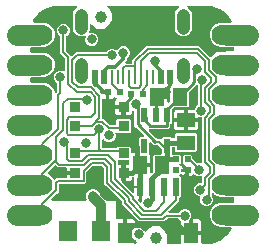
<source format=gbr>
G04 EAGLE Gerber RS-274X export*
G75*
%MOMM*%
%FSLAX34Y34*%
%LPD*%
%INTop Copper*%
%IPPOS*%
%AMOC8*
5,1,8,0,0,1.08239X$1,22.5*%
G01*
%ADD10C,1.000000*%
%ADD11R,1.240000X1.500000*%
%ADD12R,0.900000X0.850000*%
%ADD13R,0.575000X1.150000*%
%ADD14R,0.275000X1.150000*%
%ADD15C,1.108000*%
%ADD16R,0.600000X0.600000*%
%ADD17C,1.778000*%
%ADD18C,1.778000*%
%ADD19R,0.500000X1.550000*%
%ADD20R,1.200000X1.800000*%
%ADD21R,0.550000X1.200000*%
%ADD22R,0.500000X0.500000*%
%ADD23R,1.500000X1.240000*%
%ADD24R,1.600000X1.800000*%
%ADD25R,0.900000X0.900000*%
%ADD26C,0.406400*%
%ADD27C,0.800100*%
%ADD28C,0.254000*%
%ADD29C,0.177800*%
%ADD30C,0.304800*%
%ADD31C,0.609600*%
%ADD32C,0.203200*%
%ADD33C,0.165100*%
%ADD34C,0.152400*%
%ADD35C,0.812800*%

G36*
X23978Y130402D02*
X23978Y130402D01*
X23989Y130400D01*
X24110Y130425D01*
X24230Y130446D01*
X24239Y130450D01*
X24250Y130452D01*
X24276Y130469D01*
X24466Y130567D01*
X24535Y130634D01*
X24575Y130660D01*
X25203Y131287D01*
X25215Y131304D01*
X25231Y131317D01*
X25294Y131411D01*
X25360Y131501D01*
X25367Y131521D01*
X25379Y131538D01*
X25389Y131583D01*
X25448Y131752D01*
X25452Y131865D01*
X25463Y131915D01*
X25463Y138435D01*
X25453Y138496D01*
X25454Y138558D01*
X25434Y138627D01*
X25423Y138698D01*
X25396Y138754D01*
X25378Y138813D01*
X25338Y138873D01*
X25307Y138937D01*
X25265Y138983D01*
X25230Y139034D01*
X25191Y139062D01*
X25126Y139131D01*
X24940Y139238D01*
X24914Y139256D01*
X24747Y139325D01*
X23192Y140879D01*
X22351Y142910D01*
X22351Y145108D01*
X23192Y147139D01*
X24747Y148693D01*
X26777Y149534D01*
X28976Y149534D01*
X30648Y148842D01*
X30658Y148839D01*
X30667Y148834D01*
X30787Y148807D01*
X30906Y148778D01*
X30917Y148778D01*
X30927Y148776D01*
X31049Y148786D01*
X31171Y148793D01*
X31181Y148797D01*
X31192Y148798D01*
X31306Y148843D01*
X31420Y148886D01*
X31429Y148893D01*
X31439Y148897D01*
X31534Y148974D01*
X31631Y149049D01*
X31637Y149058D01*
X31645Y149064D01*
X31713Y149167D01*
X31783Y149267D01*
X31787Y149277D01*
X31792Y149285D01*
X31799Y149316D01*
X31865Y149520D01*
X31866Y149615D01*
X31876Y149662D01*
X31876Y159922D01*
X31873Y159943D01*
X31875Y159964D01*
X31853Y160074D01*
X31836Y160185D01*
X31827Y160204D01*
X31823Y160225D01*
X31799Y160263D01*
X31721Y160424D01*
X31644Y160507D01*
X31616Y160550D01*
X28066Y164100D01*
X28066Y177941D01*
X28057Y178002D01*
X28058Y178064D01*
X28037Y178133D01*
X28026Y178204D01*
X27999Y178259D01*
X27982Y178319D01*
X27942Y178378D01*
X27911Y178443D01*
X27868Y178488D01*
X27834Y178540D01*
X27795Y178567D01*
X27729Y178637D01*
X27544Y178743D01*
X27518Y178761D01*
X27350Y178831D01*
X25796Y180385D01*
X24955Y182416D01*
X24955Y184614D01*
X25796Y186645D01*
X27350Y188199D01*
X29381Y189040D01*
X31579Y189040D01*
X33610Y188199D01*
X35164Y186645D01*
X36005Y184614D01*
X36005Y182416D01*
X35164Y180385D01*
X33610Y178831D01*
X33442Y178761D01*
X33389Y178729D01*
X33331Y178706D01*
X33276Y178661D01*
X33214Y178624D01*
X33173Y178578D01*
X33125Y178539D01*
X33085Y178479D01*
X33038Y178426D01*
X33012Y178369D01*
X32978Y178318D01*
X32967Y178271D01*
X32928Y178184D01*
X32906Y178013D01*
X32896Y177968D01*
X32897Y177955D01*
X32894Y177941D01*
X32894Y166468D01*
X32897Y166447D01*
X32895Y166426D01*
X32917Y166316D01*
X32934Y166205D01*
X32943Y166186D01*
X32947Y166165D01*
X32971Y166127D01*
X33049Y165966D01*
X33126Y165883D01*
X33154Y165840D01*
X36837Y162157D01*
X36844Y162152D01*
X36845Y162150D01*
X36856Y162143D01*
X36920Y162096D01*
X36998Y162029D01*
X37026Y162017D01*
X37051Y161999D01*
X37148Y161965D01*
X37242Y161925D01*
X37273Y161922D01*
X37302Y161912D01*
X37405Y161908D01*
X37507Y161897D01*
X37537Y161903D01*
X37568Y161902D01*
X37667Y161929D01*
X37767Y161949D01*
X37788Y161962D01*
X37824Y161972D01*
X37968Y162064D01*
X37989Y162074D01*
X38000Y162084D01*
X38048Y162115D01*
X38073Y162144D01*
X38093Y162157D01*
X39567Y163630D01*
X41241Y165304D01*
X66622Y165304D01*
X66643Y165307D01*
X66664Y165305D01*
X66774Y165327D01*
X66885Y165344D01*
X66904Y165353D01*
X66924Y165357D01*
X66963Y165382D01*
X67124Y165460D01*
X67207Y165537D01*
X67250Y165564D01*
X68625Y166940D01*
X70656Y167781D01*
X72854Y167781D01*
X74885Y166940D01*
X74963Y166862D01*
X74971Y166855D01*
X74978Y166847D01*
X75078Y166776D01*
X75177Y166704D01*
X75187Y166700D01*
X75195Y166694D01*
X75312Y166657D01*
X75428Y166616D01*
X75438Y166616D01*
X75448Y166613D01*
X75571Y166611D01*
X75693Y166607D01*
X75704Y166610D01*
X75714Y166610D01*
X75832Y166645D01*
X75950Y166677D01*
X75959Y166683D01*
X75969Y166686D01*
X76071Y166754D01*
X76174Y166820D01*
X76181Y166828D01*
X76190Y166834D01*
X76208Y166859D01*
X76346Y167022D01*
X76384Y167110D01*
X76412Y167150D01*
X76596Y167595D01*
X78150Y169149D01*
X80181Y169990D01*
X82379Y169990D01*
X84410Y169149D01*
X85964Y167595D01*
X86805Y165564D01*
X86805Y163366D01*
X85964Y161335D01*
X84589Y159960D01*
X84576Y159943D01*
X84560Y159930D01*
X84498Y159836D01*
X84431Y159746D01*
X84424Y159726D01*
X84413Y159709D01*
X84403Y159664D01*
X84344Y159495D01*
X84340Y159382D01*
X84329Y159332D01*
X84329Y158053D01*
X83241Y156965D01*
X83210Y156924D01*
X83173Y156888D01*
X83132Y156817D01*
X83083Y156751D01*
X83066Y156702D01*
X83041Y156658D01*
X83023Y156578D01*
X82996Y156500D01*
X82994Y156448D01*
X82983Y156398D01*
X82990Y156316D01*
X82987Y156234D01*
X83000Y156185D01*
X83005Y156133D01*
X83035Y156057D01*
X83057Y155978D01*
X83084Y155934D01*
X83104Y155886D01*
X83155Y155823D01*
X83199Y155754D01*
X83239Y155720D01*
X83271Y155680D01*
X83339Y155635D01*
X83402Y155582D01*
X83449Y155561D01*
X83492Y155533D01*
X83543Y155521D01*
X83646Y155477D01*
X83825Y155459D01*
X83869Y155449D01*
X88098Y155449D01*
X88200Y155464D01*
X88302Y155472D01*
X88330Y155484D01*
X88361Y155489D01*
X88453Y155533D01*
X88549Y155571D01*
X88572Y155591D01*
X88600Y155604D01*
X88675Y155674D01*
X88755Y155739D01*
X88772Y155765D01*
X88794Y155786D01*
X88845Y155875D01*
X88902Y155960D01*
X88908Y155984D01*
X88926Y156016D01*
X88984Y156276D01*
X88981Y156314D01*
X88986Y156337D01*
X88986Y158313D01*
X100854Y170181D01*
X145653Y170181D01*
X154678Y161155D01*
X154710Y161132D01*
X154736Y161102D01*
X154816Y161054D01*
X154892Y160998D01*
X154929Y160985D01*
X154963Y160964D01*
X155054Y160941D01*
X155143Y160910D01*
X155183Y160909D01*
X155221Y160899D01*
X155315Y160904D01*
X155409Y160901D01*
X155447Y160911D01*
X155486Y160914D01*
X155574Y160946D01*
X155665Y160971D01*
X155699Y160992D01*
X155736Y161006D01*
X155775Y161041D01*
X155890Y161114D01*
X155986Y161227D01*
X156025Y161261D01*
X156381Y161752D01*
X157653Y163024D01*
X159109Y164081D01*
X160712Y164898D01*
X162423Y165454D01*
X163341Y165600D01*
X163349Y165515D01*
X163359Y165493D01*
X163363Y165468D01*
X163410Y165371D01*
X163452Y165270D01*
X163468Y165251D01*
X163478Y165229D01*
X163552Y165150D01*
X163622Y165066D01*
X163643Y165053D01*
X163660Y165035D01*
X163754Y164981D01*
X163845Y164922D01*
X163869Y164915D01*
X163890Y164903D01*
X163997Y164879D01*
X164101Y164850D01*
X164120Y164852D01*
X164150Y164845D01*
X164415Y164867D01*
X164457Y164884D01*
X164486Y164886D01*
X166263Y165464D01*
X166350Y165507D01*
X166439Y165543D01*
X166468Y165567D01*
X166501Y165583D01*
X166567Y165646D01*
X166866Y165598D01*
X167132Y165597D01*
X167139Y165599D01*
X167144Y165598D01*
X168010Y165736D01*
X174371Y165736D01*
X174473Y165751D01*
X174575Y165759D01*
X174603Y165771D01*
X174634Y165776D01*
X174726Y165820D01*
X174822Y165858D01*
X174845Y165878D01*
X174873Y165891D01*
X174948Y165961D01*
X175028Y166026D01*
X175045Y166052D01*
X175067Y166073D01*
X175118Y166162D01*
X175175Y166247D01*
X175181Y166271D01*
X175199Y166303D01*
X175257Y166563D01*
X175254Y166601D01*
X175259Y166624D01*
X175259Y168402D01*
X175244Y168504D01*
X175236Y168606D01*
X175224Y168634D01*
X175219Y168665D01*
X175175Y168757D01*
X175137Y168853D01*
X175117Y168876D01*
X175104Y168904D01*
X175034Y168979D01*
X174969Y169059D01*
X174943Y169076D01*
X174922Y169098D01*
X174833Y169149D01*
X174748Y169206D01*
X174724Y169212D01*
X174692Y169230D01*
X174432Y169288D01*
X174394Y169285D01*
X174371Y169290D01*
X163028Y169290D01*
X159201Y170876D01*
X156271Y173806D01*
X154685Y177633D01*
X154685Y181777D01*
X156271Y185604D01*
X159201Y188534D01*
X163028Y190120D01*
X172164Y190120D01*
X172271Y190136D01*
X172379Y190146D01*
X172402Y190156D01*
X172427Y190160D01*
X172524Y190207D01*
X172625Y190249D01*
X172644Y190265D01*
X172666Y190275D01*
X172746Y190350D01*
X172829Y190419D01*
X172842Y190440D01*
X172860Y190457D01*
X172914Y190551D01*
X172973Y190642D01*
X172980Y190666D01*
X172992Y190687D01*
X173016Y190793D01*
X173045Y190898D01*
X173043Y190917D01*
X173050Y190947D01*
X173028Y191212D01*
X173011Y191254D01*
X173008Y191282D01*
X172821Y191859D01*
X172702Y192097D01*
X172697Y192102D01*
X172695Y192107D01*
X168654Y197668D01*
X168468Y197857D01*
X168461Y197861D01*
X168458Y197864D01*
X162897Y201905D01*
X162661Y202027D01*
X162653Y202029D01*
X162649Y202031D01*
X156111Y204155D01*
X155955Y204181D01*
X155907Y204196D01*
X152470Y204467D01*
X152426Y204463D01*
X152400Y204469D01*
X136294Y204469D01*
X136203Y204455D01*
X136110Y204450D01*
X136072Y204436D01*
X136031Y204429D01*
X135948Y204389D01*
X135862Y204357D01*
X135829Y204332D01*
X135792Y204314D01*
X135724Y204251D01*
X135651Y204194D01*
X135628Y204160D01*
X135598Y204132D01*
X135552Y204052D01*
X135499Y203977D01*
X135486Y203937D01*
X135466Y203902D01*
X135445Y203811D01*
X135417Y203723D01*
X135417Y203682D01*
X135408Y203642D01*
X135415Y203550D01*
X135414Y203458D01*
X135426Y203418D01*
X135429Y203377D01*
X135464Y203291D01*
X135490Y203203D01*
X135513Y203169D01*
X135528Y203130D01*
X135587Y203059D01*
X135638Y202982D01*
X135663Y202964D01*
X135696Y202924D01*
X135917Y202777D01*
X135937Y202772D01*
X135954Y202760D01*
X136102Y202699D01*
X138089Y200712D01*
X139165Y198115D01*
X139165Y184225D01*
X138089Y181628D01*
X136102Y179641D01*
X133505Y178565D01*
X130695Y178565D01*
X128098Y179641D01*
X126111Y181628D01*
X125035Y184225D01*
X125035Y198115D01*
X126111Y200712D01*
X128098Y202699D01*
X128246Y202760D01*
X128325Y202808D01*
X128408Y202848D01*
X128438Y202876D01*
X128473Y202898D01*
X128535Y202967D01*
X128602Y203030D01*
X128623Y203065D01*
X128650Y203096D01*
X128689Y203180D01*
X128734Y203260D01*
X128743Y203301D01*
X128760Y203338D01*
X128772Y203430D01*
X128792Y203520D01*
X128789Y203561D01*
X128794Y203602D01*
X128778Y203693D01*
X128771Y203785D01*
X128755Y203823D01*
X128748Y203864D01*
X128706Y203946D01*
X128672Y204032D01*
X128646Y204064D01*
X128627Y204100D01*
X128562Y204166D01*
X128504Y204238D01*
X128470Y204261D01*
X128441Y204290D01*
X128360Y204334D01*
X128283Y204385D01*
X128252Y204392D01*
X128207Y204417D01*
X127946Y204468D01*
X127926Y204465D01*
X127906Y204469D01*
X68622Y204469D01*
X68588Y204464D01*
X68553Y204467D01*
X68457Y204444D01*
X68359Y204429D01*
X68328Y204414D01*
X68294Y204407D01*
X68209Y204357D01*
X68120Y204314D01*
X68095Y204290D01*
X68065Y204273D01*
X67998Y204200D01*
X67925Y204132D01*
X67908Y204102D01*
X67885Y204077D01*
X67843Y203987D01*
X67794Y203902D01*
X67786Y203868D01*
X67771Y203837D01*
X67757Y203739D01*
X67736Y203642D01*
X67739Y203608D01*
X67734Y203574D01*
X67749Y203476D01*
X67757Y203377D01*
X67770Y203345D01*
X67776Y203311D01*
X67820Y203222D01*
X67856Y203130D01*
X67878Y203104D01*
X67893Y203073D01*
X67932Y203037D01*
X68024Y202924D01*
X68139Y202848D01*
X68178Y202812D01*
X69233Y202202D01*
X71890Y197601D01*
X71890Y192289D01*
X69233Y187688D01*
X64632Y185031D01*
X59320Y185031D01*
X54719Y187688D01*
X54422Y188201D01*
X54401Y188228D01*
X54386Y188259D01*
X54318Y188331D01*
X54256Y188409D01*
X54228Y188428D01*
X54204Y188453D01*
X54118Y188503D01*
X54036Y188558D01*
X54003Y188568D01*
X53974Y188585D01*
X53877Y188607D01*
X53782Y188636D01*
X53748Y188636D01*
X53714Y188643D01*
X53615Y188635D01*
X53516Y188635D01*
X53483Y188624D01*
X53449Y188621D01*
X53357Y188585D01*
X53263Y188555D01*
X53235Y188535D01*
X53202Y188522D01*
X53125Y188460D01*
X53044Y188404D01*
X53023Y188377D01*
X52996Y188355D01*
X52941Y188272D01*
X52880Y188195D01*
X52868Y188163D01*
X52849Y188134D01*
X52837Y188082D01*
X52785Y187946D01*
X52776Y187809D01*
X52765Y187757D01*
X52765Y184225D01*
X52029Y182447D01*
X52016Y182397D01*
X51995Y182350D01*
X51984Y182269D01*
X51965Y182189D01*
X51968Y182138D01*
X51961Y182087D01*
X51975Y182006D01*
X51980Y181924D01*
X51998Y181876D01*
X52007Y181825D01*
X52045Y181752D01*
X52073Y181675D01*
X52105Y181634D01*
X52128Y181588D01*
X52186Y181530D01*
X52236Y181465D01*
X52278Y181435D01*
X52314Y181398D01*
X52386Y181359D01*
X52454Y181312D01*
X52503Y181296D01*
X52548Y181272D01*
X52629Y181256D01*
X52707Y181231D01*
X52758Y181230D01*
X52809Y181220D01*
X52860Y181229D01*
X52972Y181228D01*
X53144Y181279D01*
X53189Y181287D01*
X53511Y181420D01*
X55709Y181420D01*
X57740Y180579D01*
X59294Y179025D01*
X60135Y176994D01*
X60135Y174796D01*
X59294Y172765D01*
X57740Y171211D01*
X55709Y170370D01*
X53511Y170370D01*
X51480Y171211D01*
X49926Y172765D01*
X49085Y174796D01*
X49085Y176994D01*
X49460Y177899D01*
X49472Y177949D01*
X49494Y177996D01*
X49504Y178078D01*
X49524Y178157D01*
X49521Y178209D01*
X49527Y178260D01*
X49513Y178341D01*
X49508Y178423D01*
X49490Y178471D01*
X49481Y178522D01*
X49444Y178595D01*
X49415Y178672D01*
X49383Y178712D01*
X49360Y178758D01*
X49302Y178817D01*
X49252Y178882D01*
X49210Y178911D01*
X49174Y178948D01*
X49102Y178987D01*
X49035Y179034D01*
X48985Y179050D01*
X48940Y179075D01*
X48860Y179091D01*
X48782Y179116D01*
X48730Y179116D01*
X48679Y179127D01*
X48629Y179118D01*
X48516Y179119D01*
X48344Y179068D01*
X48299Y179060D01*
X47105Y178565D01*
X44295Y178565D01*
X41698Y179641D01*
X39711Y181628D01*
X38635Y184225D01*
X38635Y198115D01*
X39711Y200712D01*
X41698Y202699D01*
X41846Y202760D01*
X41925Y202808D01*
X42008Y202848D01*
X42038Y202876D01*
X42073Y202898D01*
X42135Y202967D01*
X42202Y203030D01*
X42223Y203065D01*
X42250Y203096D01*
X42289Y203180D01*
X42334Y203260D01*
X42343Y203301D01*
X42360Y203338D01*
X42372Y203430D01*
X42392Y203520D01*
X42389Y203561D01*
X42394Y203602D01*
X42378Y203693D01*
X42371Y203785D01*
X42355Y203823D01*
X42348Y203864D01*
X42306Y203946D01*
X42272Y204032D01*
X42246Y204064D01*
X42227Y204100D01*
X42162Y204166D01*
X42104Y204238D01*
X42070Y204261D01*
X42041Y204290D01*
X41960Y204334D01*
X41883Y204385D01*
X41852Y204392D01*
X41807Y204417D01*
X41546Y204468D01*
X41526Y204465D01*
X41506Y204469D01*
X25400Y204469D01*
X25357Y204463D01*
X25330Y204467D01*
X21893Y204196D01*
X21739Y204160D01*
X21689Y204155D01*
X15151Y202031D01*
X14913Y201912D01*
X14908Y201907D01*
X14903Y201905D01*
X9342Y197864D01*
X9153Y197678D01*
X9149Y197671D01*
X9146Y197668D01*
X5105Y192107D01*
X4983Y191871D01*
X4981Y191863D01*
X4979Y191859D01*
X4792Y191282D01*
X4774Y191175D01*
X4750Y191069D01*
X4752Y191044D01*
X4748Y191020D01*
X4763Y190912D01*
X4772Y190804D01*
X4781Y190781D01*
X4784Y190757D01*
X4830Y190658D01*
X4871Y190557D01*
X4886Y190538D01*
X4897Y190516D01*
X4970Y190436D01*
X5038Y190351D01*
X5059Y190337D01*
X5075Y190319D01*
X5169Y190264D01*
X5259Y190204D01*
X5278Y190199D01*
X5304Y190184D01*
X5563Y190123D01*
X5609Y190126D01*
X5636Y190120D01*
X14772Y190120D01*
X18599Y188534D01*
X21529Y185604D01*
X23115Y181777D01*
X23115Y177633D01*
X21529Y173806D01*
X18599Y170876D01*
X14772Y169290D01*
X3429Y169290D01*
X3327Y169275D01*
X3225Y169267D01*
X3197Y169255D01*
X3166Y169250D01*
X3074Y169206D01*
X2978Y169168D01*
X2955Y169148D01*
X2927Y169135D01*
X2852Y169065D01*
X2772Y169000D01*
X2755Y168974D01*
X2733Y168953D01*
X2682Y168864D01*
X2625Y168779D01*
X2619Y168755D01*
X2601Y168723D01*
X2543Y168463D01*
X2546Y168425D01*
X2541Y168402D01*
X2541Y165608D01*
X2556Y165506D01*
X2564Y165404D01*
X2576Y165376D01*
X2581Y165345D01*
X2625Y165253D01*
X2663Y165157D01*
X2683Y165134D01*
X2696Y165106D01*
X2766Y165031D01*
X2831Y164951D01*
X2857Y164934D01*
X2878Y164912D01*
X2967Y164861D01*
X3052Y164804D01*
X3076Y164798D01*
X3108Y164780D01*
X3368Y164722D01*
X3406Y164725D01*
X3429Y164720D01*
X14772Y164720D01*
X18599Y163134D01*
X21529Y160204D01*
X23115Y156377D01*
X23115Y152233D01*
X21529Y148406D01*
X18599Y145476D01*
X14772Y143890D01*
X3429Y143890D01*
X3327Y143875D01*
X3225Y143867D01*
X3197Y143855D01*
X3166Y143850D01*
X3074Y143806D01*
X2978Y143768D01*
X2955Y143748D01*
X2927Y143735D01*
X2852Y143665D01*
X2772Y143600D01*
X2755Y143574D01*
X2733Y143553D01*
X2682Y143464D01*
X2625Y143379D01*
X2619Y143355D01*
X2601Y143323D01*
X2543Y143063D01*
X2546Y143025D01*
X2541Y143002D01*
X2541Y140208D01*
X2556Y140106D01*
X2564Y140004D01*
X2576Y139976D01*
X2581Y139945D01*
X2625Y139853D01*
X2663Y139757D01*
X2683Y139734D01*
X2696Y139706D01*
X2766Y139631D01*
X2831Y139551D01*
X2857Y139534D01*
X2878Y139512D01*
X2967Y139461D01*
X3052Y139404D01*
X3076Y139398D01*
X3108Y139380D01*
X3368Y139322D01*
X3406Y139325D01*
X3429Y139320D01*
X14772Y139320D01*
X18599Y137734D01*
X21529Y134804D01*
X23127Y130948D01*
X23132Y130939D01*
X23135Y130929D01*
X23201Y130825D01*
X23264Y130720D01*
X23272Y130713D01*
X23277Y130704D01*
X23372Y130624D01*
X23463Y130543D01*
X23472Y130539D01*
X23480Y130532D01*
X23593Y130484D01*
X23704Y130433D01*
X23715Y130432D01*
X23725Y130428D01*
X23847Y130415D01*
X23968Y130400D01*
X23978Y130402D01*
G37*
G36*
X129417Y2937D02*
X129417Y2937D01*
X129519Y2945D01*
X129547Y2957D01*
X129578Y2962D01*
X129670Y3006D01*
X129766Y3044D01*
X129789Y3064D01*
X129817Y3077D01*
X129892Y3147D01*
X129972Y3212D01*
X129989Y3238D01*
X130011Y3259D01*
X130062Y3348D01*
X130119Y3433D01*
X130125Y3457D01*
X130143Y3489D01*
X130201Y3749D01*
X130198Y3787D01*
X130203Y3810D01*
X130203Y10144D01*
X137855Y10144D01*
X137956Y10159D01*
X138059Y10168D01*
X138087Y10179D01*
X138118Y10184D01*
X138210Y10228D01*
X138305Y10267D01*
X138329Y10286D01*
X138357Y10299D01*
X138432Y10369D01*
X138512Y10434D01*
X138529Y10460D01*
X138551Y10481D01*
X138602Y10570D01*
X138659Y10655D01*
X138664Y10679D01*
X138683Y10711D01*
X138741Y10971D01*
X138738Y11009D01*
X138743Y11032D01*
X138743Y11922D01*
X138745Y11922D01*
X138745Y11032D01*
X138760Y10931D01*
X138769Y10828D01*
X138780Y10800D01*
X138785Y10769D01*
X138829Y10677D01*
X138868Y10582D01*
X138887Y10558D01*
X138900Y10530D01*
X138970Y10455D01*
X139035Y10375D01*
X139061Y10358D01*
X139082Y10336D01*
X139171Y10285D01*
X139256Y10228D01*
X139280Y10222D01*
X139313Y10204D01*
X139572Y10146D01*
X139610Y10149D01*
X139633Y10144D01*
X147285Y10144D01*
X147285Y3810D01*
X147300Y3708D01*
X147308Y3606D01*
X147320Y3578D01*
X147325Y3547D01*
X147369Y3455D01*
X147407Y3359D01*
X147427Y3336D01*
X147440Y3308D01*
X147510Y3233D01*
X147575Y3153D01*
X147601Y3136D01*
X147622Y3114D01*
X147711Y3063D01*
X147796Y3006D01*
X147820Y3000D01*
X147852Y2982D01*
X148112Y2924D01*
X148150Y2927D01*
X148173Y2922D01*
X156177Y2922D01*
X156440Y2962D01*
X156447Y2965D01*
X156452Y2965D01*
X162649Y4979D01*
X162887Y5098D01*
X162892Y5103D01*
X162897Y5105D01*
X168458Y9146D01*
X168647Y9332D01*
X168651Y9339D01*
X168654Y9342D01*
X172695Y14903D01*
X172817Y15139D01*
X172819Y15146D01*
X172821Y15151D01*
X173008Y15728D01*
X173026Y15835D01*
X173050Y15941D01*
X173048Y15966D01*
X173052Y15990D01*
X173037Y16098D01*
X173028Y16206D01*
X173019Y16229D01*
X173016Y16253D01*
X172970Y16352D01*
X172929Y16453D01*
X172914Y16472D01*
X172903Y16494D01*
X172830Y16574D01*
X172762Y16659D01*
X172741Y16673D01*
X172725Y16691D01*
X172631Y16746D01*
X172541Y16806D01*
X172522Y16811D01*
X172496Y16826D01*
X172237Y16887D01*
X172191Y16884D01*
X172164Y16890D01*
X163028Y16890D01*
X159201Y18476D01*
X156271Y21406D01*
X154685Y25233D01*
X154685Y29377D01*
X156271Y33204D01*
X159201Y36134D01*
X163028Y37720D01*
X174371Y37720D01*
X174473Y37735D01*
X174575Y37743D01*
X174603Y37755D01*
X174634Y37760D01*
X174726Y37804D01*
X174822Y37842D01*
X174845Y37862D01*
X174873Y37875D01*
X174948Y37945D01*
X175028Y38010D01*
X175045Y38036D01*
X175067Y38057D01*
X175118Y38146D01*
X175175Y38231D01*
X175181Y38255D01*
X175199Y38287D01*
X175257Y38547D01*
X175254Y38585D01*
X175259Y38608D01*
X175259Y41402D01*
X175244Y41504D01*
X175236Y41606D01*
X175224Y41634D01*
X175219Y41665D01*
X175175Y41757D01*
X175137Y41853D01*
X175117Y41876D01*
X175104Y41904D01*
X175034Y41979D01*
X174969Y42059D01*
X174943Y42076D01*
X174922Y42098D01*
X174833Y42149D01*
X174748Y42206D01*
X174724Y42212D01*
X174692Y42230D01*
X174432Y42288D01*
X174394Y42285D01*
X174371Y42290D01*
X163028Y42290D01*
X159201Y43876D01*
X157727Y45349D01*
X157686Y45380D01*
X157650Y45418D01*
X157579Y45458D01*
X157513Y45507D01*
X157464Y45524D01*
X157420Y45550D01*
X157340Y45567D01*
X157262Y45594D01*
X157210Y45596D01*
X157160Y45607D01*
X157078Y45601D01*
X156996Y45604D01*
X156947Y45590D01*
X156895Y45586D01*
X156819Y45555D01*
X156740Y45534D01*
X156696Y45506D01*
X156648Y45487D01*
X156585Y45435D01*
X156516Y45391D01*
X156482Y45352D01*
X156442Y45319D01*
X156397Y45251D01*
X156344Y45188D01*
X156323Y45141D01*
X156295Y45098D01*
X156283Y45048D01*
X156239Y44944D01*
X156221Y44766D01*
X156211Y44721D01*
X156211Y43741D01*
X156214Y43720D01*
X156212Y43699D01*
X156233Y43591D01*
X156234Y43577D01*
X156236Y43573D01*
X156251Y43478D01*
X156260Y43459D01*
X156264Y43439D01*
X156288Y43400D01*
X156366Y43239D01*
X156438Y43162D01*
X157290Y41104D01*
X157290Y38906D01*
X156449Y36875D01*
X154895Y35321D01*
X152864Y34480D01*
X150666Y34480D01*
X148635Y35321D01*
X147081Y36875D01*
X146240Y38906D01*
X146240Y41104D01*
X146481Y41686D01*
X146484Y41697D01*
X146489Y41706D01*
X146515Y41825D01*
X146545Y41944D01*
X146544Y41955D01*
X146547Y41965D01*
X146537Y42087D01*
X146529Y42210D01*
X146526Y42220D01*
X146525Y42230D01*
X146479Y42344D01*
X146436Y42459D01*
X146430Y42467D01*
X146426Y42477D01*
X146348Y42572D01*
X146274Y42669D01*
X146265Y42675D01*
X146258Y42683D01*
X146155Y42752D01*
X146056Y42822D01*
X146046Y42825D01*
X146037Y42831D01*
X146007Y42838D01*
X145803Y42903D01*
X145707Y42904D01*
X145660Y42915D01*
X145406Y42915D01*
X143375Y43756D01*
X141821Y45310D01*
X140980Y47341D01*
X140980Y49539D01*
X141821Y51570D01*
X143375Y53124D01*
X145406Y53965D01*
X147193Y53965D01*
X147295Y53980D01*
X147397Y53989D01*
X147425Y54000D01*
X147456Y54005D01*
X147548Y54050D01*
X147644Y54088D01*
X147667Y54107D01*
X147695Y54121D01*
X147770Y54191D01*
X147850Y54255D01*
X147867Y54281D01*
X147889Y54302D01*
X147940Y54391D01*
X147997Y54477D01*
X148003Y54500D01*
X148021Y54533D01*
X148079Y54792D01*
X148076Y54830D01*
X148081Y54853D01*
X148081Y59200D01*
X148080Y59210D01*
X148081Y59220D01*
X148060Y59340D01*
X148041Y59462D01*
X148037Y59472D01*
X148035Y59482D01*
X147979Y59591D01*
X147926Y59702D01*
X147919Y59709D01*
X147914Y59719D01*
X147828Y59806D01*
X147744Y59896D01*
X147735Y59901D01*
X147728Y59909D01*
X147620Y59967D01*
X147514Y60028D01*
X147503Y60030D01*
X147494Y60035D01*
X147374Y60059D01*
X147254Y60086D01*
X147244Y60085D01*
X147233Y60087D01*
X147203Y60082D01*
X146989Y60064D01*
X146901Y60029D01*
X146853Y60020D01*
X146514Y59880D01*
X144316Y59880D01*
X142285Y60721D01*
X141630Y61376D01*
X141561Y61427D01*
X141498Y61485D01*
X141455Y61505D01*
X141416Y61534D01*
X141335Y61562D01*
X141258Y61599D01*
X141210Y61605D01*
X141165Y61621D01*
X141080Y61624D01*
X140995Y61636D01*
X140947Y61629D01*
X140900Y61630D01*
X140817Y61608D01*
X140732Y61594D01*
X140689Y61573D01*
X140643Y61560D01*
X140571Y61514D01*
X140494Y61476D01*
X140470Y61450D01*
X140419Y61418D01*
X140247Y61215D01*
X140240Y61200D01*
X140233Y61192D01*
X140216Y61163D01*
X139743Y60690D01*
X139164Y60355D01*
X138518Y60182D01*
X136932Y60182D01*
X136932Y64862D01*
X136917Y64963D01*
X136909Y65066D01*
X136897Y65094D01*
X136892Y65125D01*
X136848Y65217D01*
X136810Y65312D01*
X136790Y65336D01*
X136777Y65364D01*
X136707Y65439D01*
X136642Y65519D01*
X136616Y65536D01*
X136595Y65558D01*
X136506Y65609D01*
X136421Y65666D01*
X136397Y65671D01*
X136365Y65690D01*
X136191Y65729D01*
X136186Y65788D01*
X136175Y65816D01*
X136170Y65847D01*
X136126Y65939D01*
X136087Y66035D01*
X136068Y66058D01*
X136055Y66086D01*
X135984Y66161D01*
X135920Y66241D01*
X135894Y66258D01*
X135873Y66280D01*
X135784Y66331D01*
X135699Y66388D01*
X135675Y66394D01*
X135642Y66412D01*
X135383Y66470D01*
X135345Y66467D01*
X135322Y66472D01*
X130596Y66472D01*
X130494Y66457D01*
X130392Y66449D01*
X130364Y66437D01*
X130333Y66432D01*
X130241Y66388D01*
X130145Y66350D01*
X130122Y66330D01*
X130094Y66317D01*
X130019Y66247D01*
X129939Y66182D01*
X129922Y66156D01*
X129900Y66135D01*
X129849Y66046D01*
X129792Y65961D01*
X129786Y65937D01*
X129768Y65905D01*
X129710Y65645D01*
X129713Y65607D01*
X129708Y65584D01*
X129708Y64862D01*
X129723Y64760D01*
X129731Y64658D01*
X129743Y64630D01*
X129748Y64599D01*
X129792Y64507D01*
X129830Y64411D01*
X129850Y64388D01*
X129863Y64360D01*
X129933Y64285D01*
X129998Y64205D01*
X130024Y64188D01*
X130045Y64166D01*
X130134Y64115D01*
X130219Y64058D01*
X130243Y64052D01*
X130275Y64034D01*
X130535Y63976D01*
X130573Y63979D01*
X130596Y63974D01*
X134434Y63974D01*
X134434Y60182D01*
X132848Y60182D01*
X132202Y60355D01*
X131623Y60690D01*
X131150Y61163D01*
X130861Y61663D01*
X130808Y61730D01*
X130762Y61803D01*
X130725Y61834D01*
X130695Y61871D01*
X130624Y61919D01*
X130559Y61975D01*
X130515Y61994D01*
X130475Y62020D01*
X130393Y62045D01*
X130314Y62079D01*
X130267Y62084D01*
X130221Y62098D01*
X130135Y62098D01*
X130050Y62107D01*
X130003Y62097D01*
X129955Y62097D01*
X129874Y62071D01*
X129789Y62054D01*
X129759Y62035D01*
X129702Y62017D01*
X129483Y61866D01*
X129473Y61853D01*
X129464Y61847D01*
X128972Y61356D01*
X128911Y61273D01*
X128845Y61195D01*
X128832Y61166D01*
X128814Y61142D01*
X128780Y61045D01*
X128740Y60950D01*
X128737Y60920D01*
X128727Y60891D01*
X128723Y60788D01*
X128713Y60686D01*
X128719Y60656D01*
X128718Y60625D01*
X128745Y60526D01*
X128765Y60425D01*
X128778Y60405D01*
X128788Y60368D01*
X128930Y60144D01*
X128959Y60120D01*
X128972Y60099D01*
X129769Y59303D01*
X129769Y42539D01*
X128853Y41623D01*
X128842Y41623D01*
X128814Y41611D01*
X128783Y41606D01*
X128691Y41562D01*
X128595Y41524D01*
X128572Y41504D01*
X128544Y41491D01*
X128469Y41421D01*
X128389Y41356D01*
X128372Y41330D01*
X128350Y41309D01*
X128299Y41220D01*
X128242Y41135D01*
X128236Y41111D01*
X128218Y41079D01*
X128160Y40819D01*
X128163Y40781D01*
X128158Y40758D01*
X128158Y39137D01*
X119621Y30600D01*
X119590Y30559D01*
X119552Y30523D01*
X119512Y30452D01*
X119463Y30386D01*
X119446Y30337D01*
X119420Y30293D01*
X119402Y30213D01*
X119376Y30135D01*
X119374Y30083D01*
X119363Y30033D01*
X119369Y29951D01*
X119366Y29869D01*
X119380Y29820D01*
X119384Y29768D01*
X119415Y29692D01*
X119436Y29613D01*
X119464Y29569D01*
X119483Y29521D01*
X119535Y29458D01*
X119579Y29389D01*
X119618Y29355D01*
X119651Y29315D01*
X119719Y29270D01*
X119781Y29217D01*
X119829Y29196D01*
X119872Y29168D01*
X119922Y29156D01*
X120026Y29112D01*
X120204Y29094D01*
X120249Y29084D01*
X127776Y29084D01*
X127837Y29093D01*
X127899Y29092D01*
X127968Y29113D01*
X128039Y29124D01*
X128094Y29151D01*
X128154Y29168D01*
X128213Y29208D01*
X128278Y29239D01*
X128323Y29282D01*
X128375Y29316D01*
X128402Y29355D01*
X128472Y29421D01*
X128578Y29606D01*
X128596Y29632D01*
X128666Y29800D01*
X130220Y31354D01*
X132251Y32195D01*
X134449Y32195D01*
X136480Y31354D01*
X138034Y29800D01*
X138875Y27769D01*
X138875Y25571D01*
X138034Y23540D01*
X137227Y22733D01*
X137215Y22716D01*
X137198Y22703D01*
X137136Y22609D01*
X137069Y22519D01*
X137062Y22499D01*
X137051Y22482D01*
X137041Y22437D01*
X136982Y22268D01*
X136978Y22155D01*
X136967Y22105D01*
X136967Y13698D01*
X130203Y13698D01*
X130203Y21255D01*
X130228Y21349D01*
X130229Y21353D01*
X130230Y21357D01*
X130239Y21440D01*
X130255Y21514D01*
X130252Y21558D01*
X130258Y21614D01*
X130257Y21617D01*
X130258Y21621D01*
X130239Y21715D01*
X130234Y21779D01*
X130220Y21813D01*
X130208Y21875D01*
X130206Y21878D01*
X130206Y21882D01*
X130198Y21894D01*
X130156Y21973D01*
X130135Y22026D01*
X130115Y22050D01*
X130083Y22109D01*
X130023Y22169D01*
X129999Y22208D01*
X128666Y23540D01*
X128596Y23708D01*
X128565Y23760D01*
X128548Y23802D01*
X128548Y23803D01*
X128541Y23819D01*
X128496Y23874D01*
X128459Y23936D01*
X128413Y23977D01*
X128374Y24025D01*
X128314Y24065D01*
X128261Y24112D01*
X128204Y24138D01*
X128153Y24172D01*
X128106Y24183D01*
X128019Y24222D01*
X127806Y24249D01*
X127776Y24256D01*
X118843Y24256D01*
X118822Y24253D01*
X118801Y24255D01*
X118691Y24233D01*
X118580Y24216D01*
X118561Y24207D01*
X118540Y24203D01*
X118502Y24179D01*
X118341Y24101D01*
X118258Y24024D01*
X118215Y23996D01*
X117600Y23381D01*
X115926Y21707D01*
X94367Y21707D01*
X80035Y36039D01*
X80035Y38362D01*
X80032Y38383D01*
X80034Y38403D01*
X80012Y38514D01*
X79995Y38625D01*
X79986Y38643D01*
X79982Y38664D01*
X79958Y38703D01*
X79880Y38864D01*
X79803Y38946D01*
X79775Y38990D01*
X66949Y51816D01*
X65275Y53490D01*
X65275Y66763D01*
X65272Y66783D01*
X65274Y66804D01*
X65252Y66915D01*
X65235Y67026D01*
X65226Y67044D01*
X65222Y67065D01*
X65198Y67104D01*
X65120Y67265D01*
X65043Y67347D01*
X65015Y67391D01*
X63579Y68827D01*
X63562Y68840D01*
X63549Y68856D01*
X63455Y68918D01*
X63365Y68985D01*
X63345Y68992D01*
X63328Y69003D01*
X63283Y69013D01*
X63114Y69072D01*
X63001Y69076D01*
X62951Y69087D01*
X55724Y69087D01*
X55703Y69084D01*
X55682Y69086D01*
X55572Y69064D01*
X55461Y69047D01*
X55442Y69038D01*
X55421Y69034D01*
X55383Y69010D01*
X55222Y68932D01*
X55139Y68855D01*
X55096Y68827D01*
X50301Y64032D01*
X50288Y64015D01*
X50272Y64002D01*
X50210Y63909D01*
X50143Y63818D01*
X50136Y63799D01*
X50125Y63781D01*
X50115Y63737D01*
X50056Y63567D01*
X50052Y63455D01*
X50041Y63404D01*
X50041Y55080D01*
X48627Y53666D01*
X27432Y53666D01*
X27330Y53651D01*
X27228Y53643D01*
X27200Y53631D01*
X27169Y53626D01*
X27077Y53582D01*
X26981Y53544D01*
X26958Y53524D01*
X26930Y53511D01*
X26855Y53441D01*
X26775Y53376D01*
X26758Y53350D01*
X26736Y53329D01*
X26685Y53240D01*
X26628Y53155D01*
X26622Y53131D01*
X26604Y53099D01*
X26546Y52839D01*
X26549Y52801D01*
X26544Y52778D01*
X26544Y46971D01*
X24870Y45297D01*
X20460Y40887D01*
X20429Y40846D01*
X20392Y40810D01*
X20351Y40739D01*
X20302Y40673D01*
X20285Y40624D01*
X20260Y40580D01*
X20242Y40500D01*
X20215Y40422D01*
X20213Y40371D01*
X20202Y40320D01*
X20209Y40238D01*
X20206Y40156D01*
X20219Y40107D01*
X20224Y40055D01*
X20254Y39979D01*
X20276Y39900D01*
X20303Y39856D01*
X20323Y39808D01*
X20374Y39745D01*
X20418Y39676D01*
X20458Y39642D01*
X20490Y39602D01*
X20559Y39557D01*
X20621Y39504D01*
X20668Y39483D01*
X20711Y39455D01*
X20762Y39443D01*
X20865Y39399D01*
X21044Y39381D01*
X21088Y39371D01*
X49429Y39371D01*
X49440Y39372D01*
X49450Y39371D01*
X49571Y39392D01*
X49692Y39411D01*
X49702Y39415D01*
X49712Y39417D01*
X49821Y39473D01*
X49931Y39526D01*
X49939Y39534D01*
X49948Y39538D01*
X50036Y39624D01*
X50126Y39708D01*
X50131Y39717D01*
X50138Y39724D01*
X50197Y39832D01*
X50258Y39938D01*
X50260Y39949D01*
X50265Y39958D01*
X50289Y40079D01*
X50315Y40198D01*
X50315Y40208D01*
X50317Y40219D01*
X50311Y40249D01*
X50294Y40463D01*
X50258Y40552D01*
X50250Y40599D01*
X50037Y41112D01*
X50037Y43342D01*
X50097Y43584D01*
X50094Y43635D01*
X50101Y43666D01*
X50101Y44787D01*
X50942Y46818D01*
X52496Y48372D01*
X54527Y49213D01*
X56725Y49213D01*
X58756Y48372D01*
X60310Y46818D01*
X61214Y44635D01*
X61351Y44407D01*
X61390Y44373D01*
X61407Y44347D01*
X65301Y40453D01*
X66123Y39631D01*
X66140Y39618D01*
X66153Y39602D01*
X66246Y39540D01*
X66337Y39473D01*
X66357Y39466D01*
X66374Y39455D01*
X66419Y39445D01*
X66588Y39386D01*
X66700Y39382D01*
X66751Y39371D01*
X75312Y39371D01*
X75312Y24325D01*
X75325Y24240D01*
X75328Y24155D01*
X75344Y24110D01*
X75352Y24062D01*
X75389Y23985D01*
X75418Y23904D01*
X75446Y23866D01*
X75467Y23823D01*
X75526Y23760D01*
X75577Y23692D01*
X75616Y23664D01*
X75649Y23629D01*
X75723Y23586D01*
X75793Y23536D01*
X75838Y23521D01*
X75879Y23497D01*
X75963Y23478D01*
X76044Y23451D01*
X76080Y23452D01*
X76139Y23439D01*
X76404Y23461D01*
X76407Y23462D01*
X80967Y23462D01*
X80967Y12810D01*
X80982Y12709D01*
X80991Y12606D01*
X81002Y12578D01*
X81007Y12547D01*
X81051Y12455D01*
X81090Y12360D01*
X81109Y12336D01*
X81122Y12308D01*
X81192Y12233D01*
X81257Y12153D01*
X81283Y12136D01*
X81304Y12114D01*
X81393Y12063D01*
X81478Y12006D01*
X81502Y12001D01*
X81534Y11982D01*
X81794Y11924D01*
X81832Y11927D01*
X81855Y11922D01*
X83633Y11922D01*
X83734Y11937D01*
X83837Y11946D01*
X83865Y11957D01*
X83896Y11962D01*
X83988Y12006D01*
X84083Y12045D01*
X84107Y12064D01*
X84135Y12077D01*
X84210Y12147D01*
X84290Y12212D01*
X84307Y12238D01*
X84329Y12259D01*
X84380Y12348D01*
X84437Y12433D01*
X84442Y12457D01*
X84461Y12490D01*
X84519Y12749D01*
X84516Y12787D01*
X84521Y12810D01*
X84521Y23462D01*
X89079Y23462D01*
X89725Y23289D01*
X90304Y22954D01*
X90777Y22481D01*
X91112Y21902D01*
X91285Y21256D01*
X91285Y16869D01*
X91286Y16858D01*
X91285Y16848D01*
X91306Y16727D01*
X91325Y16606D01*
X91329Y16597D01*
X91331Y16586D01*
X91387Y16477D01*
X91440Y16367D01*
X91447Y16359D01*
X91452Y16350D01*
X91538Y16263D01*
X91622Y16172D01*
X91631Y16167D01*
X91638Y16160D01*
X91746Y16101D01*
X91852Y16041D01*
X91863Y16038D01*
X91872Y16033D01*
X91992Y16009D01*
X92112Y15983D01*
X92122Y15984D01*
X92133Y15982D01*
X92163Y15987D01*
X92377Y16004D01*
X92465Y16040D01*
X92513Y16048D01*
X93169Y16320D01*
X95368Y16320D01*
X97398Y15479D01*
X98953Y13925D01*
X99026Y13748D01*
X99090Y13641D01*
X99155Y13531D01*
X99160Y13526D01*
X99163Y13521D01*
X99256Y13437D01*
X99350Y13351D01*
X99357Y13348D01*
X99362Y13344D01*
X99476Y13292D01*
X99591Y13238D01*
X99597Y13237D01*
X99603Y13234D01*
X99729Y13218D01*
X99854Y13200D01*
X99860Y13201D01*
X99867Y13200D01*
X99992Y13222D01*
X100116Y13242D01*
X100122Y13245D01*
X100129Y13246D01*
X100242Y13304D01*
X100355Y13360D01*
X100358Y13364D01*
X100365Y13367D01*
X100556Y13553D01*
X100589Y13615D01*
X100616Y13644D01*
X101328Y14877D01*
X105929Y17534D01*
X111241Y17534D01*
X115842Y14877D01*
X118499Y10276D01*
X118499Y4964D01*
X118089Y4254D01*
X118064Y4190D01*
X118030Y4131D01*
X118016Y4067D01*
X117992Y4007D01*
X117987Y3938D01*
X117972Y3871D01*
X117977Y3806D01*
X117973Y3742D01*
X117988Y3675D01*
X117994Y3606D01*
X118018Y3546D01*
X118033Y3483D01*
X118067Y3423D01*
X118093Y3359D01*
X118134Y3309D01*
X118166Y3253D01*
X118217Y3206D01*
X118260Y3153D01*
X118314Y3117D01*
X118362Y3073D01*
X118424Y3044D01*
X118482Y3006D01*
X118526Y2996D01*
X118603Y2959D01*
X118845Y2925D01*
X118858Y2922D01*
X129315Y2922D01*
X129417Y2937D01*
G37*
G36*
X130146Y68346D02*
X130146Y68346D01*
X130194Y68344D01*
X130277Y68367D01*
X130362Y68380D01*
X130405Y68402D01*
X130451Y68414D01*
X130523Y68460D01*
X130600Y68498D01*
X130624Y68524D01*
X130675Y68557D01*
X130847Y68760D01*
X130854Y68775D01*
X130861Y68783D01*
X131150Y69283D01*
X131680Y69813D01*
X131709Y69852D01*
X131736Y69877D01*
X131758Y69915D01*
X131808Y69974D01*
X131820Y70003D01*
X131838Y70027D01*
X131863Y70100D01*
X131868Y70108D01*
X131871Y70122D01*
X131872Y70124D01*
X131912Y70219D01*
X131915Y70249D01*
X131925Y70278D01*
X131929Y70381D01*
X131939Y70483D01*
X131933Y70513D01*
X131934Y70544D01*
X131907Y70643D01*
X131887Y70744D01*
X131875Y70764D01*
X131865Y70800D01*
X131722Y71025D01*
X131693Y71049D01*
X131680Y71069D01*
X131658Y71091D01*
X131658Y77355D01*
X132551Y78248D01*
X138815Y78248D01*
X139708Y77355D01*
X139708Y75250D01*
X139711Y75229D01*
X139709Y75208D01*
X139731Y75098D01*
X139748Y74987D01*
X139757Y74968D01*
X139761Y74947D01*
X139785Y74909D01*
X139863Y74748D01*
X139940Y74665D01*
X139968Y74622D01*
X143432Y71158D01*
X143482Y71121D01*
X143525Y71076D01*
X143588Y71042D01*
X143646Y71000D01*
X143704Y70980D01*
X143759Y70950D01*
X143829Y70936D01*
X143897Y70913D01*
X143959Y70910D01*
X144020Y70898D01*
X144067Y70907D01*
X144163Y70903D01*
X144261Y70930D01*
X146514Y70930D01*
X146726Y70842D01*
X146736Y70840D01*
X146745Y70835D01*
X146865Y70808D01*
X146984Y70779D01*
X146995Y70779D01*
X147005Y70777D01*
X147127Y70787D01*
X147249Y70794D01*
X147259Y70798D01*
X147270Y70798D01*
X147383Y70844D01*
X147498Y70887D01*
X147507Y70894D01*
X147517Y70897D01*
X147612Y70975D01*
X147709Y71050D01*
X147715Y71058D01*
X147723Y71065D01*
X147791Y71168D01*
X147861Y71267D01*
X147864Y71277D01*
X147870Y71286D01*
X147877Y71317D01*
X147943Y71520D01*
X147944Y71616D01*
X147954Y71663D01*
X147954Y109157D01*
X147939Y109258D01*
X147931Y109360D01*
X147919Y109389D01*
X147914Y109419D01*
X147870Y109512D01*
X147832Y109607D01*
X147812Y109631D01*
X147799Y109659D01*
X147729Y109734D01*
X147664Y109813D01*
X147638Y109830D01*
X147617Y109853D01*
X147528Y109904D01*
X147443Y109961D01*
X147419Y109966D01*
X147387Y109985D01*
X147127Y110043D01*
X147089Y110040D01*
X147066Y110045D01*
X146221Y110045D01*
X145508Y110340D01*
X145498Y110343D01*
X145489Y110348D01*
X145369Y110375D01*
X145250Y110404D01*
X145239Y110403D01*
X145229Y110406D01*
X145107Y110396D01*
X144985Y110389D01*
X144975Y110385D01*
X144964Y110384D01*
X144851Y110338D01*
X144736Y110295D01*
X144727Y110289D01*
X144717Y110285D01*
X144670Y110246D01*
X144666Y110244D01*
X144655Y110234D01*
X144622Y110207D01*
X144525Y110133D01*
X144519Y110124D01*
X144511Y110117D01*
X144480Y110071D01*
X144472Y110063D01*
X144452Y110029D01*
X144442Y110015D01*
X144373Y109915D01*
X144369Y109905D01*
X144364Y109896D01*
X144357Y109866D01*
X144354Y109858D01*
X144340Y109832D01*
X144325Y109768D01*
X144291Y109662D01*
X144291Y109613D01*
X144282Y109573D01*
X144284Y109541D01*
X144280Y109520D01*
X144280Y109321D01*
X136016Y109321D01*
X136016Y116285D01*
X141042Y116285D01*
X141103Y116294D01*
X141165Y116293D01*
X141234Y116314D01*
X141305Y116325D01*
X141361Y116352D01*
X141420Y116369D01*
X141480Y116409D01*
X141544Y116440D01*
X141590Y116483D01*
X141641Y116517D01*
X141669Y116556D01*
X141739Y116622D01*
X141845Y116808D01*
X141863Y116833D01*
X142636Y118700D01*
X144011Y120075D01*
X144024Y120092D01*
X144040Y120105D01*
X144102Y120199D01*
X144169Y120289D01*
X144176Y120309D01*
X144187Y120326D01*
X144197Y120371D01*
X144256Y120540D01*
X144260Y120653D01*
X144271Y120703D01*
X144271Y136676D01*
X144264Y136726D01*
X144265Y136778D01*
X144244Y136857D01*
X144231Y136938D01*
X144209Y136985D01*
X144195Y137035D01*
X144151Y137104D01*
X144116Y137178D01*
X144081Y137215D01*
X144053Y137259D01*
X143990Y137312D01*
X143934Y137372D01*
X143890Y137398D01*
X143850Y137431D01*
X143775Y137463D01*
X143704Y137504D01*
X143653Y137515D01*
X143606Y137535D01*
X143524Y137544D01*
X143444Y137562D01*
X143393Y137557D01*
X143341Y137563D01*
X143261Y137547D01*
X143179Y137540D01*
X143131Y137521D01*
X143081Y137511D01*
X143037Y137483D01*
X142932Y137441D01*
X142793Y137328D01*
X142755Y137304D01*
X136865Y131414D01*
X136852Y131397D01*
X136836Y131383D01*
X136774Y131290D01*
X136707Y131200D01*
X136700Y131180D01*
X136689Y131162D01*
X136679Y131118D01*
X136620Y130949D01*
X136616Y130836D01*
X136605Y130785D01*
X136605Y119249D01*
X135712Y118356D01*
X124176Y118356D01*
X124155Y118353D01*
X124134Y118355D01*
X124024Y118333D01*
X123913Y118316D01*
X123894Y118307D01*
X123873Y118303D01*
X123835Y118279D01*
X123673Y118201D01*
X123591Y118124D01*
X123547Y118096D01*
X122620Y117169D01*
X122607Y117152D01*
X122591Y117138D01*
X122529Y117045D01*
X122462Y116955D01*
X122455Y116935D01*
X122444Y116917D01*
X122434Y116873D01*
X122375Y116704D01*
X122371Y116591D01*
X122360Y116540D01*
X122360Y105048D01*
X121362Y104050D01*
X121317Y104033D01*
X121294Y104013D01*
X121266Y104000D01*
X121191Y103930D01*
X121111Y103865D01*
X121094Y103839D01*
X121072Y103818D01*
X121021Y103729D01*
X120964Y103644D01*
X120958Y103620D01*
X120940Y103588D01*
X120882Y103328D01*
X120885Y103290D01*
X120880Y103267D01*
X120880Y101712D01*
X119243Y100075D01*
X103486Y100075D01*
X103435Y100068D01*
X103383Y100069D01*
X103304Y100048D01*
X103223Y100035D01*
X103177Y100013D01*
X103127Y99999D01*
X103057Y99955D01*
X102984Y99920D01*
X102946Y99885D01*
X102902Y99857D01*
X102849Y99794D01*
X102789Y99738D01*
X102764Y99694D01*
X102730Y99654D01*
X102698Y99579D01*
X102657Y99508D01*
X102646Y99457D01*
X102626Y99410D01*
X102617Y99328D01*
X102600Y99248D01*
X102604Y99197D01*
X102599Y99145D01*
X102615Y99065D01*
X102621Y98983D01*
X102640Y98935D01*
X102651Y98885D01*
X102678Y98841D01*
X102720Y98736D01*
X102833Y98597D01*
X102858Y98559D01*
X109271Y92145D01*
X109288Y92133D01*
X109301Y92117D01*
X109395Y92054D01*
X109485Y91988D01*
X109505Y91981D01*
X109523Y91969D01*
X109567Y91959D01*
X109736Y91900D01*
X109849Y91896D01*
X109899Y91885D01*
X112297Y91885D01*
X112335Y91857D01*
X112371Y91819D01*
X112442Y91778D01*
X112508Y91729D01*
X112557Y91712D01*
X112601Y91687D01*
X112681Y91669D01*
X112759Y91642D01*
X112811Y91640D01*
X112861Y91629D01*
X112943Y91636D01*
X113025Y91633D01*
X113074Y91647D01*
X113126Y91651D01*
X113202Y91681D01*
X113281Y91703D01*
X113325Y91730D01*
X113373Y91750D01*
X113436Y91801D01*
X113505Y91845D01*
X113539Y91885D01*
X113579Y91917D01*
X113624Y91986D01*
X113677Y92048D01*
X113698Y92095D01*
X113726Y92138D01*
X113738Y92189D01*
X113773Y92273D01*
X114703Y93203D01*
X121467Y93203D01*
X122308Y92361D01*
X122325Y92348D01*
X122339Y92332D01*
X122432Y92270D01*
X122522Y92203D01*
X122542Y92196D01*
X122560Y92185D01*
X122604Y92175D01*
X122773Y92116D01*
X122886Y92112D01*
X122936Y92101D01*
X124326Y92101D01*
X124428Y92116D01*
X124530Y92124D01*
X124558Y92136D01*
X124589Y92141D01*
X124681Y92185D01*
X124777Y92223D01*
X124800Y92243D01*
X124828Y92256D01*
X124903Y92326D01*
X124983Y92391D01*
X125000Y92417D01*
X125022Y92438D01*
X125073Y92527D01*
X125130Y92612D01*
X125136Y92636D01*
X125154Y92668D01*
X125212Y92928D01*
X125209Y92966D01*
X125214Y92989D01*
X125214Y95376D01*
X126107Y96269D01*
X142371Y96269D01*
X143264Y95376D01*
X143264Y81712D01*
X142371Y80819D01*
X126107Y80819D01*
X125214Y81712D01*
X125214Y84099D01*
X125199Y84201D01*
X125191Y84303D01*
X125179Y84331D01*
X125174Y84362D01*
X125130Y84454D01*
X125092Y84550D01*
X125072Y84573D01*
X125059Y84601D01*
X124989Y84676D01*
X124924Y84756D01*
X124898Y84773D01*
X124877Y84795D01*
X124788Y84846D01*
X124703Y84903D01*
X124679Y84909D01*
X124647Y84927D01*
X124387Y84985D01*
X124349Y84982D01*
X124326Y84987D01*
X123248Y84987D01*
X123146Y84972D01*
X123044Y84964D01*
X123016Y84952D01*
X122985Y84947D01*
X122893Y84903D01*
X122797Y84865D01*
X122774Y84845D01*
X122746Y84832D01*
X122671Y84762D01*
X122591Y84697D01*
X122574Y84671D01*
X122552Y84650D01*
X122501Y84561D01*
X122444Y84476D01*
X122438Y84452D01*
X122420Y84420D01*
X122362Y84160D01*
X122365Y84122D01*
X122360Y84099D01*
X122360Y79136D01*
X122375Y79034D01*
X122383Y78932D01*
X122395Y78904D01*
X122400Y78873D01*
X122444Y78781D01*
X122482Y78685D01*
X122502Y78662D01*
X122515Y78634D01*
X122585Y78559D01*
X122650Y78479D01*
X122676Y78462D01*
X122697Y78440D01*
X122786Y78389D01*
X122871Y78332D01*
X122895Y78326D01*
X122927Y78308D01*
X123187Y78250D01*
X123225Y78253D01*
X123248Y78248D01*
X128815Y78248D01*
X129708Y77355D01*
X129708Y71091D01*
X128967Y70351D01*
X128907Y70268D01*
X128840Y70190D01*
X128828Y70162D01*
X128810Y70137D01*
X128776Y70040D01*
X128736Y69946D01*
X128732Y69915D01*
X128722Y69886D01*
X128719Y69783D01*
X128708Y69681D01*
X128714Y69651D01*
X128713Y69620D01*
X128740Y69521D01*
X128760Y69421D01*
X128773Y69401D01*
X128783Y69364D01*
X128926Y69140D01*
X128955Y69115D01*
X128967Y69095D01*
X129464Y68599D01*
X129532Y68548D01*
X129596Y68490D01*
X129639Y68469D01*
X129678Y68441D01*
X129758Y68413D01*
X129836Y68376D01*
X129883Y68369D01*
X129929Y68354D01*
X130014Y68351D01*
X130099Y68339D01*
X130146Y68346D01*
G37*
G36*
X94024Y79398D02*
X94024Y79398D01*
X94126Y79406D01*
X94154Y79418D01*
X94185Y79423D01*
X94277Y79467D01*
X94373Y79505D01*
X94396Y79525D01*
X94424Y79538D01*
X94499Y79608D01*
X94579Y79673D01*
X94596Y79699D01*
X94618Y79720D01*
X94669Y79809D01*
X94726Y79894D01*
X94732Y79918D01*
X94750Y79950D01*
X94808Y80210D01*
X94805Y80248D01*
X94810Y80271D01*
X94810Y92310D01*
X95703Y93203D01*
X98165Y93203D01*
X98216Y93210D01*
X98267Y93209D01*
X98347Y93230D01*
X98428Y93243D01*
X98474Y93265D01*
X98524Y93279D01*
X98593Y93323D01*
X98667Y93358D01*
X98705Y93393D01*
X98748Y93421D01*
X98801Y93484D01*
X98861Y93540D01*
X98887Y93584D01*
X98920Y93624D01*
X98953Y93699D01*
X98993Y93770D01*
X99004Y93821D01*
X99025Y93868D01*
X99033Y93950D01*
X99051Y94030D01*
X99047Y94081D01*
X99052Y94133D01*
X99036Y94213D01*
X99029Y94295D01*
X99010Y94343D01*
X99000Y94393D01*
X98972Y94437D01*
X98930Y94542D01*
X98817Y94681D01*
X98793Y94719D01*
X92448Y101064D01*
X92447Y101065D01*
X90550Y102962D01*
X90550Y114624D01*
X90541Y114685D01*
X90542Y114747D01*
X90521Y114816D01*
X90510Y114887D01*
X90484Y114942D01*
X90466Y115002D01*
X90426Y115061D01*
X90395Y115126D01*
X90352Y115171D01*
X90318Y115223D01*
X90279Y115250D01*
X90213Y115320D01*
X90028Y115426D01*
X90002Y115444D01*
X89729Y115558D01*
X89719Y115560D01*
X89710Y115565D01*
X89590Y115592D01*
X89471Y115621D01*
X89460Y115621D01*
X89450Y115623D01*
X89328Y115613D01*
X89206Y115606D01*
X89196Y115602D01*
X89185Y115602D01*
X89071Y115556D01*
X88957Y115513D01*
X88948Y115506D01*
X88938Y115503D01*
X88843Y115425D01*
X88746Y115350D01*
X88740Y115342D01*
X88732Y115335D01*
X88664Y115233D01*
X88594Y115133D01*
X88590Y115123D01*
X88585Y115114D01*
X88578Y115083D01*
X88512Y114880D01*
X88511Y114784D01*
X88501Y114737D01*
X88501Y113655D01*
X88328Y113009D01*
X87993Y112430D01*
X87520Y111957D01*
X86941Y111622D01*
X86295Y111449D01*
X83237Y111449D01*
X83237Y117601D01*
X83222Y117702D01*
X83213Y117805D01*
X83202Y117833D01*
X83197Y117864D01*
X83153Y117956D01*
X83114Y118051D01*
X83095Y118075D01*
X83082Y118103D01*
X83012Y118178D01*
X82947Y118258D01*
X82921Y118275D01*
X82900Y118297D01*
X82811Y118348D01*
X82726Y118405D01*
X82702Y118410D01*
X82669Y118429D01*
X82410Y118487D01*
X82372Y118484D01*
X82349Y118489D01*
X81459Y118489D01*
X81459Y119379D01*
X81444Y119480D01*
X81435Y119583D01*
X81424Y119611D01*
X81419Y119642D01*
X81375Y119734D01*
X81336Y119829D01*
X81317Y119853D01*
X81304Y119881D01*
X81234Y119956D01*
X81169Y120036D01*
X81143Y120053D01*
X81122Y120075D01*
X81033Y120126D01*
X80948Y120183D01*
X80924Y120188D01*
X80891Y120207D01*
X80632Y120265D01*
X80594Y120262D01*
X80571Y120267D01*
X74419Y120267D01*
X74419Y123325D01*
X74592Y123971D01*
X74927Y124550D01*
X75400Y125023D01*
X75430Y125064D01*
X75468Y125100D01*
X75509Y125171D01*
X75558Y125237D01*
X75575Y125286D01*
X75600Y125330D01*
X75618Y125410D01*
X75645Y125488D01*
X75647Y125540D01*
X75658Y125590D01*
X75651Y125672D01*
X75654Y125754D01*
X75640Y125803D01*
X75636Y125855D01*
X75606Y125931D01*
X75584Y126010D01*
X75557Y126054D01*
X75537Y126102D01*
X75485Y126165D01*
X75442Y126234D01*
X75402Y126268D01*
X75370Y126308D01*
X75301Y126353D01*
X75239Y126406D01*
X75192Y126427D01*
X75149Y126455D01*
X75098Y126467D01*
X74994Y126511D01*
X74816Y126529D01*
X74772Y126539D01*
X74473Y126539D01*
X74357Y126656D01*
X74288Y126707D01*
X74225Y126765D01*
X74181Y126785D01*
X74143Y126814D01*
X74062Y126842D01*
X73984Y126878D01*
X73937Y126885D01*
X73892Y126901D01*
X73806Y126904D01*
X73721Y126916D01*
X73674Y126908D01*
X73626Y126910D01*
X73543Y126887D01*
X73459Y126874D01*
X73416Y126853D01*
X73370Y126840D01*
X73298Y126794D01*
X73221Y126756D01*
X73197Y126730D01*
X73145Y126698D01*
X72997Y126523D01*
X72505Y126031D01*
X71926Y125696D01*
X71280Y125523D01*
X69444Y125523D01*
X69444Y130453D01*
X69429Y130554D01*
X69421Y130657D01*
X69409Y130685D01*
X69404Y130716D01*
X69360Y130808D01*
X69322Y130903D01*
X69302Y130927D01*
X69289Y130955D01*
X69219Y131030D01*
X69154Y131110D01*
X69128Y131127D01*
X69107Y131149D01*
X69018Y131200D01*
X68933Y131257D01*
X68909Y131262D01*
X68877Y131281D01*
X68617Y131339D01*
X68579Y131336D01*
X68556Y131341D01*
X68222Y131341D01*
X68222Y131675D01*
X68207Y131777D01*
X68198Y131879D01*
X68187Y131907D01*
X68182Y131938D01*
X68138Y132030D01*
X68099Y132126D01*
X68080Y132149D01*
X68067Y132177D01*
X67996Y132252D01*
X67932Y132332D01*
X67906Y132349D01*
X67885Y132371D01*
X67796Y132422D01*
X67711Y132479D01*
X67687Y132485D01*
X67654Y132503D01*
X67395Y132561D01*
X67357Y132558D01*
X67334Y132563D01*
X62225Y132563D01*
X62174Y132556D01*
X62122Y132557D01*
X62043Y132536D01*
X61962Y132523D01*
X61915Y132501D01*
X61866Y132487D01*
X61796Y132443D01*
X61723Y132408D01*
X61685Y132373D01*
X61641Y132345D01*
X61588Y132282D01*
X61528Y132226D01*
X61503Y132182D01*
X61469Y132142D01*
X61437Y132067D01*
X61396Y131996D01*
X61385Y131945D01*
X61365Y131898D01*
X61356Y131816D01*
X61339Y131736D01*
X61343Y131685D01*
X61337Y131633D01*
X61353Y131553D01*
X61360Y131471D01*
X61379Y131423D01*
X61389Y131373D01*
X61417Y131329D01*
X61459Y131224D01*
X61572Y131085D01*
X61597Y131047D01*
X62819Y129825D01*
X62836Y129812D01*
X62849Y129796D01*
X62943Y129734D01*
X63033Y129667D01*
X63052Y129660D01*
X63070Y129649D01*
X63115Y129639D01*
X63284Y129580D01*
X63396Y129576D01*
X63447Y129565D01*
X66446Y129565D01*
X66446Y125523D01*
X64611Y125523D01*
X64492Y125555D01*
X64407Y125565D01*
X64323Y125583D01*
X64275Y125579D01*
X64228Y125585D01*
X64144Y125569D01*
X64058Y125562D01*
X64014Y125544D01*
X63967Y125535D01*
X63891Y125495D01*
X63811Y125463D01*
X63774Y125432D01*
X63732Y125410D01*
X63672Y125349D01*
X63605Y125295D01*
X63579Y125255D01*
X63545Y125221D01*
X63505Y125145D01*
X63458Y125074D01*
X63450Y125039D01*
X63422Y124986D01*
X63374Y124724D01*
X63376Y124708D01*
X63374Y124697D01*
X63374Y109410D01*
X63389Y109309D01*
X63397Y109207D01*
X63409Y109178D01*
X63414Y109148D01*
X63458Y109055D01*
X63496Y108960D01*
X63516Y108936D01*
X63529Y108908D01*
X63599Y108833D01*
X63664Y108754D01*
X63690Y108737D01*
X63711Y108714D01*
X63800Y108663D01*
X63885Y108606D01*
X63909Y108601D01*
X63941Y108582D01*
X64201Y108524D01*
X64239Y108527D01*
X64262Y108522D01*
X64616Y108522D01*
X69500Y103639D01*
X69517Y103626D01*
X69530Y103610D01*
X69623Y103548D01*
X69714Y103481D01*
X69733Y103474D01*
X69751Y103463D01*
X69796Y103453D01*
X69965Y103394D01*
X70077Y103390D01*
X70128Y103379D01*
X74547Y103379D01*
X74649Y103394D01*
X74751Y103402D01*
X74779Y103414D01*
X74810Y103419D01*
X74902Y103463D01*
X74998Y103501D01*
X75021Y103521D01*
X75049Y103534D01*
X75124Y103604D01*
X75204Y103669D01*
X75221Y103695D01*
X75243Y103716D01*
X75294Y103805D01*
X75351Y103890D01*
X75357Y103914D01*
X75375Y103946D01*
X75433Y104206D01*
X75430Y104244D01*
X75435Y104267D01*
X75435Y107622D01*
X76328Y108515D01*
X86592Y108515D01*
X87485Y107622D01*
X87485Y97358D01*
X86592Y96465D01*
X76328Y96465D01*
X76111Y96683D01*
X76036Y96738D01*
X75967Y96799D01*
X75930Y96816D01*
X75897Y96841D01*
X75809Y96871D01*
X75725Y96909D01*
X75685Y96915D01*
X75646Y96928D01*
X75553Y96931D01*
X75462Y96943D01*
X75421Y96936D01*
X75380Y96937D01*
X75291Y96913D01*
X75200Y96897D01*
X75163Y96878D01*
X75124Y96867D01*
X75045Y96818D01*
X74963Y96776D01*
X74934Y96747D01*
X74899Y96725D01*
X74839Y96654D01*
X74773Y96590D01*
X74754Y96553D01*
X74727Y96522D01*
X74691Y96437D01*
X74647Y96356D01*
X74639Y96316D01*
X74623Y96278D01*
X74613Y96186D01*
X74595Y96095D01*
X74601Y96065D01*
X74595Y96013D01*
X74647Y95753D01*
X74658Y95735D01*
X74662Y95715D01*
X74689Y95650D01*
X74689Y93452D01*
X73848Y91422D01*
X72293Y89867D01*
X70262Y89026D01*
X68064Y89026D01*
X66034Y89867D01*
X64890Y91011D01*
X64849Y91042D01*
X64813Y91079D01*
X64742Y91120D01*
X64676Y91169D01*
X64627Y91186D01*
X64583Y91211D01*
X64503Y91229D01*
X64425Y91256D01*
X64373Y91258D01*
X64323Y91269D01*
X64241Y91262D01*
X64159Y91265D01*
X64110Y91252D01*
X64058Y91247D01*
X63982Y91217D01*
X63903Y91195D01*
X63859Y91168D01*
X63811Y91148D01*
X63748Y91097D01*
X63679Y91053D01*
X63645Y91014D01*
X63605Y90981D01*
X63560Y90913D01*
X63507Y90850D01*
X63486Y90803D01*
X63458Y90760D01*
X63446Y90709D01*
X63402Y90606D01*
X63384Y90427D01*
X63374Y90383D01*
X63374Y84708D01*
X63389Y84606D01*
X63397Y84504D01*
X63409Y84476D01*
X63414Y84445D01*
X63458Y84353D01*
X63496Y84257D01*
X63516Y84234D01*
X63529Y84206D01*
X63599Y84131D01*
X63664Y84051D01*
X63690Y84034D01*
X63711Y84012D01*
X63800Y83961D01*
X63885Y83904D01*
X63909Y83898D01*
X63941Y83880D01*
X64201Y83822D01*
X64239Y83825D01*
X64262Y83820D01*
X74636Y83820D01*
X74656Y83823D01*
X74677Y83821D01*
X74788Y83843D01*
X74898Y83860D01*
X74917Y83869D01*
X74938Y83873D01*
X74976Y83897D01*
X75138Y83975D01*
X75220Y84052D01*
X75264Y84080D01*
X76328Y85145D01*
X86592Y85145D01*
X87485Y84252D01*
X87485Y80271D01*
X87500Y80169D01*
X87508Y80067D01*
X87520Y80039D01*
X87525Y80008D01*
X87569Y79916D01*
X87607Y79820D01*
X87627Y79797D01*
X87640Y79769D01*
X87710Y79694D01*
X87775Y79614D01*
X87801Y79597D01*
X87822Y79575D01*
X87911Y79524D01*
X87996Y79467D01*
X88020Y79461D01*
X88052Y79443D01*
X88312Y79385D01*
X88350Y79388D01*
X88373Y79383D01*
X93922Y79383D01*
X94024Y79398D01*
G37*
G36*
X95842Y37754D02*
X95842Y37754D01*
X95924Y37751D01*
X95974Y37764D01*
X96025Y37769D01*
X96101Y37799D01*
X96181Y37821D01*
X96224Y37848D01*
X96272Y37868D01*
X96336Y37919D01*
X96405Y37963D01*
X96438Y38003D01*
X96478Y38035D01*
X96524Y38104D01*
X96577Y38166D01*
X96597Y38213D01*
X96626Y38256D01*
X96637Y38307D01*
X96681Y38410D01*
X96693Y38524D01*
X97057Y39402D01*
X97059Y39412D01*
X97065Y39421D01*
X97091Y39541D01*
X97121Y39660D01*
X97120Y39671D01*
X97122Y39681D01*
X97112Y39803D01*
X97105Y39925D01*
X97102Y39935D01*
X97101Y39946D01*
X97055Y40059D01*
X97012Y40174D01*
X97006Y40183D01*
X97002Y40193D01*
X96993Y40203D01*
X96993Y50560D01*
X96978Y50661D01*
X96970Y50764D01*
X96958Y50792D01*
X96953Y50823D01*
X96911Y50911D01*
X96915Y50929D01*
X96933Y50962D01*
X96991Y51221D01*
X96988Y51259D01*
X96993Y51282D01*
X96993Y58413D01*
X96978Y58515D01*
X96970Y58617D01*
X96958Y58645D01*
X96953Y58676D01*
X96909Y58768D01*
X96871Y58864D01*
X96851Y58887D01*
X96838Y58915D01*
X96798Y58958D01*
X96798Y67565D01*
X103762Y67565D01*
X103762Y63463D01*
X103769Y63412D01*
X103768Y63361D01*
X103789Y63281D01*
X103802Y63200D01*
X103824Y63154D01*
X103838Y63104D01*
X103882Y63035D01*
X103917Y62961D01*
X103952Y62923D01*
X103980Y62880D01*
X104043Y62827D01*
X104099Y62767D01*
X104143Y62741D01*
X104183Y62708D01*
X104258Y62675D01*
X104329Y62635D01*
X104380Y62624D01*
X104427Y62603D01*
X104509Y62595D01*
X104589Y62577D01*
X104640Y62581D01*
X104692Y62576D01*
X104772Y62592D01*
X104854Y62599D01*
X104902Y62618D01*
X104952Y62628D01*
X104996Y62656D01*
X105101Y62698D01*
X105240Y62811D01*
X105278Y62835D01*
X106036Y63593D01*
X106049Y63610D01*
X106065Y63623D01*
X106081Y63647D01*
X106094Y63660D01*
X106125Y63713D01*
X106127Y63717D01*
X106194Y63807D01*
X106201Y63827D01*
X106212Y63844D01*
X106220Y63880D01*
X106226Y63890D01*
X106232Y63917D01*
X106281Y64058D01*
X106285Y64171D01*
X106296Y64221D01*
X106296Y77474D01*
X107189Y78367D01*
X112922Y78367D01*
X113024Y78382D01*
X113126Y78390D01*
X113154Y78402D01*
X113185Y78407D01*
X113277Y78451D01*
X113373Y78489D01*
X113396Y78509D01*
X113424Y78522D01*
X113499Y78592D01*
X113579Y78657D01*
X113596Y78683D01*
X113618Y78704D01*
X113669Y78793D01*
X113726Y78878D01*
X113732Y78902D01*
X113750Y78934D01*
X113808Y79194D01*
X113805Y79232D01*
X113810Y79255D01*
X113810Y82457D01*
X113807Y82478D01*
X113809Y82499D01*
X113787Y82609D01*
X113770Y82720D01*
X113761Y82739D01*
X113757Y82760D01*
X113733Y82798D01*
X113655Y82960D01*
X113578Y83042D01*
X113550Y83086D01*
X112114Y84522D01*
X112112Y84532D01*
X112114Y84553D01*
X112092Y84664D01*
X112075Y84775D01*
X112066Y84793D01*
X112062Y84814D01*
X112038Y84853D01*
X111960Y85014D01*
X111883Y85096D01*
X111855Y85140D01*
X110489Y86506D01*
X110407Y86567D01*
X110328Y86633D01*
X110300Y86645D01*
X110275Y86663D01*
X110178Y86697D01*
X110084Y86737D01*
X110053Y86740D01*
X110024Y86751D01*
X109922Y86754D01*
X109820Y86765D01*
X109789Y86759D01*
X109759Y86760D01*
X109660Y86733D01*
X109559Y86713D01*
X109539Y86700D01*
X109502Y86690D01*
X109282Y86550D01*
X106962Y86550D01*
X104876Y88636D01*
X104835Y88667D01*
X104799Y88704D01*
X104728Y88745D01*
X104662Y88794D01*
X104613Y88811D01*
X104569Y88836D01*
X104489Y88854D01*
X104411Y88881D01*
X104359Y88883D01*
X104309Y88894D01*
X104227Y88887D01*
X104145Y88890D01*
X104096Y88877D01*
X104044Y88872D01*
X103968Y88842D01*
X103889Y88820D01*
X103845Y88793D01*
X103797Y88773D01*
X103734Y88722D01*
X103665Y88678D01*
X103631Y88638D01*
X103591Y88606D01*
X103546Y88537D01*
X103493Y88475D01*
X103472Y88428D01*
X103444Y88385D01*
X103432Y88334D01*
X103388Y88231D01*
X103370Y88052D01*
X103360Y88008D01*
X103360Y78950D01*
X103342Y78899D01*
X103299Y78787D01*
X103298Y78773D01*
X103294Y78761D01*
X103290Y78641D01*
X103282Y78522D01*
X103285Y78511D01*
X103285Y78495D01*
X103354Y78239D01*
X103387Y78187D01*
X103398Y78153D01*
X103589Y77823D01*
X103762Y77177D01*
X103762Y71119D01*
X95910Y71119D01*
X95809Y71104D01*
X95706Y71095D01*
X95678Y71084D01*
X95647Y71079D01*
X95555Y71035D01*
X95460Y70996D01*
X95436Y70977D01*
X95408Y70964D01*
X95333Y70894D01*
X95253Y70829D01*
X95236Y70803D01*
X95214Y70782D01*
X95163Y70693D01*
X95106Y70608D01*
X95101Y70584D01*
X95082Y70551D01*
X95024Y70292D01*
X95027Y70254D01*
X95022Y70231D01*
X95022Y69341D01*
X94132Y69341D01*
X94031Y69326D01*
X93928Y69317D01*
X93900Y69306D01*
X93869Y69301D01*
X93777Y69257D01*
X93682Y69218D01*
X93658Y69199D01*
X93630Y69186D01*
X93555Y69116D01*
X93475Y69051D01*
X93458Y69025D01*
X93436Y69004D01*
X93385Y68915D01*
X93328Y68830D01*
X93322Y68806D01*
X93304Y68773D01*
X93246Y68514D01*
X93249Y68476D01*
X93244Y68453D01*
X93244Y62100D01*
X93259Y61998D01*
X93268Y61896D01*
X93279Y61868D01*
X93284Y61837D01*
X93328Y61745D01*
X93367Y61649D01*
X93386Y61626D01*
X93399Y61598D01*
X93469Y61523D01*
X93534Y61443D01*
X93560Y61426D01*
X93581Y61404D01*
X93670Y61353D01*
X93755Y61296D01*
X93779Y61290D01*
X93811Y61272D01*
X94071Y61214D01*
X94109Y61217D01*
X94132Y61212D01*
X94495Y61212D01*
X94495Y52170D01*
X90703Y52170D01*
X90703Y58413D01*
X90688Y58515D01*
X90680Y58617D01*
X90668Y58645D01*
X90663Y58676D01*
X90619Y58768D01*
X90581Y58864D01*
X90561Y58887D01*
X90548Y58915D01*
X90478Y58990D01*
X90413Y59070D01*
X90387Y59087D01*
X90366Y59109D01*
X90277Y59160D01*
X90192Y59217D01*
X90168Y59223D01*
X90136Y59241D01*
X89876Y59299D01*
X89838Y59296D01*
X89815Y59301D01*
X89389Y59301D01*
X89287Y59286D01*
X89185Y59278D01*
X89157Y59266D01*
X89126Y59261D01*
X89034Y59217D01*
X88938Y59179D01*
X88915Y59159D01*
X88887Y59146D01*
X88812Y59076D01*
X88732Y59011D01*
X88715Y58985D01*
X88693Y58964D01*
X88642Y58875D01*
X88585Y58790D01*
X88579Y58766D01*
X88561Y58734D01*
X88503Y58474D01*
X88506Y58436D01*
X88501Y58413D01*
X88501Y58285D01*
X88328Y57639D01*
X87993Y57060D01*
X87520Y56587D01*
X86941Y56252D01*
X86295Y56079D01*
X83237Y56079D01*
X83237Y61981D01*
X83222Y62082D01*
X83213Y62185D01*
X83202Y62213D01*
X83197Y62244D01*
X83153Y62336D01*
X83114Y62431D01*
X83095Y62455D01*
X83082Y62483D01*
X83012Y62558D01*
X82947Y62638D01*
X82921Y62655D01*
X82900Y62677D01*
X82811Y62728D01*
X82726Y62785D01*
X82702Y62790D01*
X82669Y62809D01*
X82410Y62867D01*
X82372Y62864D01*
X82349Y62869D01*
X80571Y62869D01*
X80470Y62854D01*
X80367Y62845D01*
X80339Y62834D01*
X80308Y62829D01*
X80216Y62785D01*
X80121Y62746D01*
X80097Y62727D01*
X80069Y62714D01*
X79994Y62644D01*
X79914Y62579D01*
X79897Y62553D01*
X79875Y62532D01*
X79824Y62443D01*
X79767Y62358D01*
X79761Y62334D01*
X79743Y62301D01*
X79685Y62042D01*
X79688Y62004D01*
X79683Y61981D01*
X79683Y56035D01*
X79686Y56014D01*
X79684Y55993D01*
X79706Y55883D01*
X79723Y55772D01*
X79732Y55753D01*
X79736Y55733D01*
X79760Y55694D01*
X79838Y55533D01*
X79915Y55450D01*
X79943Y55407D01*
X89187Y46163D01*
X89228Y46132D01*
X89264Y46094D01*
X89335Y46054D01*
X89401Y46005D01*
X89450Y45988D01*
X89494Y45962D01*
X89574Y45945D01*
X89652Y45918D01*
X89704Y45916D01*
X89754Y45905D01*
X89836Y45911D01*
X89918Y45909D01*
X89967Y45922D01*
X90019Y45926D01*
X90095Y45957D01*
X90174Y45978D01*
X90218Y46006D01*
X90266Y46025D01*
X90329Y46077D01*
X90398Y46121D01*
X90432Y46160D01*
X90472Y46193D01*
X90517Y46261D01*
X90570Y46324D01*
X90591Y46371D01*
X90619Y46414D01*
X90631Y46464D01*
X90675Y46568D01*
X90693Y46746D01*
X90703Y46791D01*
X90703Y49672D01*
X94495Y49672D01*
X94495Y40597D01*
X94450Y40590D01*
X94403Y40568D01*
X94354Y40554D01*
X94284Y40510D01*
X94211Y40475D01*
X94173Y40439D01*
X94129Y40412D01*
X94076Y40349D01*
X94016Y40293D01*
X93991Y40249D01*
X93957Y40209D01*
X93925Y40134D01*
X93884Y40063D01*
X93873Y40012D01*
X93853Y39965D01*
X93844Y39883D01*
X93827Y39803D01*
X93831Y39752D01*
X93825Y39700D01*
X93842Y39620D01*
X93848Y39538D01*
X93867Y39490D01*
X93877Y39440D01*
X93905Y39396D01*
X93947Y39291D01*
X94060Y39152D01*
X94085Y39114D01*
X95193Y38005D01*
X95235Y37974D01*
X95270Y37937D01*
X95341Y37896D01*
X95407Y37847D01*
X95456Y37830D01*
X95501Y37805D01*
X95581Y37787D01*
X95658Y37760D01*
X95710Y37758D01*
X95760Y37747D01*
X95842Y37754D01*
G37*
G36*
X22796Y57057D02*
X22796Y57057D01*
X22806Y57056D01*
X22927Y57080D01*
X23047Y57101D01*
X23056Y57106D01*
X23067Y57108D01*
X23093Y57125D01*
X23284Y57223D01*
X23352Y57289D01*
X23393Y57315D01*
X24571Y58494D01*
X32531Y58494D01*
X32633Y58509D01*
X32735Y58517D01*
X32763Y58529D01*
X32794Y58534D01*
X32886Y58578D01*
X32982Y58616D01*
X33005Y58636D01*
X33033Y58649D01*
X33108Y58719D01*
X33188Y58784D01*
X33205Y58810D01*
X33227Y58831D01*
X33278Y58920D01*
X33335Y59005D01*
X33341Y59029D01*
X33359Y59061D01*
X33417Y59321D01*
X33414Y59359D01*
X33419Y59382D01*
X33419Y61093D01*
X39571Y61093D01*
X39672Y61108D01*
X39775Y61117D01*
X39803Y61128D01*
X39834Y61133D01*
X39926Y61177D01*
X40021Y61216D01*
X40045Y61235D01*
X40073Y61248D01*
X40148Y61318D01*
X40228Y61383D01*
X40245Y61409D01*
X40267Y61430D01*
X40318Y61519D01*
X40375Y61604D01*
X40380Y61628D01*
X40399Y61660D01*
X40457Y61920D01*
X40454Y61958D01*
X40459Y61981D01*
X40459Y63759D01*
X40444Y63860D01*
X40435Y63963D01*
X40424Y63991D01*
X40419Y64022D01*
X40375Y64114D01*
X40336Y64209D01*
X40317Y64233D01*
X40304Y64261D01*
X40234Y64336D01*
X40169Y64416D01*
X40143Y64433D01*
X40122Y64455D01*
X40033Y64506D01*
X39948Y64563D01*
X39924Y64568D01*
X39891Y64587D01*
X39632Y64645D01*
X39594Y64642D01*
X39571Y64647D01*
X33419Y64647D01*
X33419Y66548D01*
X33404Y66650D01*
X33396Y66752D01*
X33384Y66780D01*
X33379Y66811D01*
X33335Y66903D01*
X33297Y66999D01*
X33277Y67022D01*
X33264Y67050D01*
X33194Y67125D01*
X33129Y67205D01*
X33103Y67222D01*
X33082Y67244D01*
X32993Y67295D01*
X32908Y67352D01*
X32884Y67358D01*
X32852Y67376D01*
X32592Y67434D01*
X32554Y67431D01*
X32531Y67436D01*
X25889Y67436D01*
X24908Y68417D01*
X24377Y68948D01*
X24295Y69009D01*
X24216Y69075D01*
X24188Y69088D01*
X24163Y69106D01*
X24066Y69140D01*
X23972Y69180D01*
X23941Y69183D01*
X23912Y69193D01*
X23810Y69197D01*
X23707Y69207D01*
X23677Y69201D01*
X23647Y69202D01*
X23548Y69175D01*
X23447Y69155D01*
X23427Y69142D01*
X23390Y69132D01*
X23166Y68990D01*
X23141Y68961D01*
X23121Y68948D01*
X17494Y63321D01*
X17488Y63313D01*
X17480Y63306D01*
X17410Y63206D01*
X17337Y63107D01*
X17333Y63097D01*
X17327Y63089D01*
X17290Y62972D01*
X17249Y62856D01*
X17249Y62846D01*
X17246Y62836D01*
X17244Y62713D01*
X17240Y62591D01*
X17243Y62580D01*
X17243Y62570D01*
X17278Y62453D01*
X17310Y62334D01*
X17316Y62325D01*
X17319Y62315D01*
X17387Y62213D01*
X17453Y62110D01*
X17461Y62103D01*
X17466Y62094D01*
X17492Y62076D01*
X17655Y61938D01*
X17743Y61900D01*
X17783Y61873D01*
X18599Y61534D01*
X21529Y58604D01*
X21944Y57603D01*
X21949Y57595D01*
X21952Y57584D01*
X21978Y57543D01*
X21979Y57542D01*
X22018Y57480D01*
X22081Y57376D01*
X22089Y57369D01*
X22095Y57360D01*
X22188Y57280D01*
X22280Y57199D01*
X22289Y57195D01*
X22297Y57188D01*
X22410Y57140D01*
X22522Y57089D01*
X22532Y57088D01*
X22542Y57084D01*
X22664Y57071D01*
X22785Y57055D01*
X22796Y57057D01*
G37*
G36*
X109173Y111293D02*
X109173Y111293D01*
X109275Y111302D01*
X109303Y111313D01*
X109334Y111318D01*
X109426Y111362D01*
X109522Y111401D01*
X109545Y111420D01*
X109573Y111433D01*
X109648Y111504D01*
X109728Y111568D01*
X109745Y111594D01*
X109767Y111615D01*
X109818Y111704D01*
X109875Y111789D01*
X109881Y111813D01*
X109899Y111846D01*
X109957Y112105D01*
X109957Y112113D01*
X109957Y112115D01*
X109955Y112146D01*
X109959Y112166D01*
X109959Y120221D01*
X110769Y120221D01*
X110870Y120236D01*
X110973Y120244D01*
X111001Y120256D01*
X111032Y120261D01*
X111124Y120305D01*
X111219Y120343D01*
X111243Y120363D01*
X111271Y120376D01*
X111346Y120446D01*
X111426Y120511D01*
X111443Y120537D01*
X111465Y120558D01*
X111516Y120647D01*
X111573Y120732D01*
X111578Y120756D01*
X111597Y120788D01*
X111655Y121048D01*
X111652Y121086D01*
X111657Y121109D01*
X111657Y125604D01*
X118621Y125604D01*
X118621Y123218D01*
X118628Y123167D01*
X118627Y123116D01*
X118648Y123037D01*
X118661Y122956D01*
X118683Y122909D01*
X118697Y122859D01*
X118741Y122790D01*
X118776Y122716D01*
X118812Y122679D01*
X118839Y122635D01*
X118902Y122582D01*
X118958Y122522D01*
X119002Y122496D01*
X119042Y122463D01*
X119117Y122431D01*
X119188Y122390D01*
X119239Y122379D01*
X119286Y122359D01*
X119368Y122350D01*
X119448Y122332D01*
X119499Y122337D01*
X119551Y122331D01*
X119631Y122347D01*
X119713Y122354D01*
X119761Y122373D01*
X119811Y122383D01*
X119855Y122411D01*
X119960Y122453D01*
X120099Y122566D01*
X120137Y122590D01*
X120895Y123348D01*
X120908Y123365D01*
X120924Y123379D01*
X120986Y123472D01*
X121053Y123562D01*
X121060Y123582D01*
X121071Y123600D01*
X121081Y123644D01*
X121140Y123814D01*
X121144Y123926D01*
X121155Y123977D01*
X121155Y134441D01*
X121140Y134543D01*
X121132Y134645D01*
X121120Y134673D01*
X121115Y134704D01*
X121071Y134796D01*
X121033Y134892D01*
X121013Y134915D01*
X121000Y134943D01*
X120930Y135018D01*
X120865Y135098D01*
X120839Y135115D01*
X120818Y135137D01*
X120748Y135178D01*
X120802Y135199D01*
X120941Y135312D01*
X120980Y135337D01*
X122077Y136434D01*
X122089Y136451D01*
X122105Y136464D01*
X122121Y136487D01*
X122130Y136496D01*
X122152Y136535D01*
X122168Y136558D01*
X122234Y136648D01*
X122241Y136668D01*
X122253Y136685D01*
X122262Y136726D01*
X122262Y136727D01*
X122263Y136732D01*
X122322Y136899D01*
X122326Y137012D01*
X122337Y137062D01*
X122337Y143071D01*
X122321Y143173D01*
X122313Y143275D01*
X122302Y143304D01*
X122297Y143334D01*
X122252Y143426D01*
X122214Y143522D01*
X122195Y143546D01*
X122181Y143573D01*
X122111Y143648D01*
X122046Y143728D01*
X122021Y143745D01*
X122000Y143768D01*
X121911Y143819D01*
X121825Y143876D01*
X121802Y143881D01*
X121769Y143900D01*
X121510Y143957D01*
X121472Y143954D01*
X121449Y143960D01*
X120351Y143960D01*
X120250Y143944D01*
X120148Y143936D01*
X120119Y143924D01*
X120089Y143920D01*
X119996Y143875D01*
X119901Y143837D01*
X119877Y143817D01*
X119849Y143804D01*
X119774Y143734D01*
X119695Y143669D01*
X119677Y143644D01*
X119655Y143623D01*
X119604Y143534D01*
X119547Y143448D01*
X119542Y143425D01*
X119523Y143392D01*
X119465Y143132D01*
X119468Y143095D01*
X119463Y143071D01*
X119463Y135965D01*
X119471Y135914D01*
X119469Y135862D01*
X119491Y135783D01*
X119503Y135702D01*
X119525Y135656D01*
X119539Y135606D01*
X119583Y135537D01*
X119619Y135463D01*
X119654Y135425D01*
X119682Y135382D01*
X119743Y135329D01*
X119509Y135329D01*
X119407Y135314D01*
X119305Y135306D01*
X119277Y135294D01*
X119246Y135289D01*
X119154Y135245D01*
X119058Y135207D01*
X119035Y135187D01*
X119007Y135174D01*
X118932Y135104D01*
X118852Y135039D01*
X118835Y135013D01*
X118813Y134992D01*
X118762Y134903D01*
X118705Y134818D01*
X118699Y134794D01*
X118681Y134762D01*
X118623Y134502D01*
X118626Y134464D01*
X118621Y134441D01*
X118621Y129158D01*
X110769Y129158D01*
X110668Y129143D01*
X110565Y129134D01*
X110537Y129123D01*
X110506Y129118D01*
X110414Y129074D01*
X110319Y129035D01*
X110295Y129016D01*
X110267Y129003D01*
X110192Y128933D01*
X110112Y128868D01*
X110095Y128842D01*
X110073Y128821D01*
X110022Y128732D01*
X109965Y128647D01*
X109960Y128623D01*
X109941Y128590D01*
X109883Y128331D01*
X109886Y128293D01*
X109881Y128270D01*
X109881Y127380D01*
X108991Y127380D01*
X108890Y127365D01*
X108787Y127356D01*
X108759Y127345D01*
X108728Y127340D01*
X108636Y127296D01*
X108541Y127257D01*
X108517Y127238D01*
X108489Y127225D01*
X108414Y127155D01*
X108334Y127090D01*
X108317Y127064D01*
X108295Y127043D01*
X108244Y126954D01*
X108187Y126869D01*
X108181Y126845D01*
X108163Y126812D01*
X108105Y126553D01*
X108108Y126515D01*
X108103Y126492D01*
X108103Y117340D01*
X108099Y117340D01*
X107997Y117325D01*
X107895Y117317D01*
X107867Y117305D01*
X107836Y117300D01*
X107744Y117256D01*
X107648Y117218D01*
X107625Y117198D01*
X107597Y117185D01*
X107522Y117115D01*
X107442Y117050D01*
X107425Y117024D01*
X107403Y117003D01*
X107352Y116914D01*
X107295Y116829D01*
X107289Y116805D01*
X107271Y116773D01*
X107213Y116513D01*
X107216Y116475D01*
X107211Y116452D01*
X107211Y112166D01*
X107226Y112065D01*
X107234Y111962D01*
X107246Y111934D01*
X107250Y111903D01*
X107295Y111811D01*
X107333Y111716D01*
X107353Y111692D01*
X107366Y111664D01*
X107436Y111589D01*
X107501Y111509D01*
X107527Y111492D01*
X107548Y111470D01*
X107637Y111419D01*
X107722Y111362D01*
X107746Y111357D01*
X107778Y111338D01*
X108038Y111280D01*
X108076Y111283D01*
X108099Y111278D01*
X109071Y111278D01*
X109173Y111293D01*
G37*
%LPC*%
G36*
X140521Y13698D02*
X140521Y13698D01*
X140521Y23462D01*
X145079Y23462D01*
X145725Y23289D01*
X146304Y22954D01*
X146777Y22481D01*
X147112Y21902D01*
X147285Y21256D01*
X147285Y13698D01*
X140521Y13698D01*
G37*
%LPD*%
G36*
X82450Y62886D02*
X82450Y62886D01*
X82553Y62895D01*
X82581Y62906D01*
X82612Y62911D01*
X82704Y62955D01*
X82799Y62994D01*
X82823Y63013D01*
X82851Y63026D01*
X82926Y63096D01*
X83006Y63161D01*
X83023Y63187D01*
X83045Y63208D01*
X83096Y63297D01*
X83153Y63382D01*
X83158Y63406D01*
X83177Y63439D01*
X83235Y63698D01*
X83232Y63736D01*
X83237Y63759D01*
X83237Y69661D01*
X85392Y69661D01*
X85493Y69676D01*
X85596Y69684D01*
X85624Y69696D01*
X85655Y69701D01*
X85747Y69745D01*
X85842Y69783D01*
X85866Y69803D01*
X85894Y69816D01*
X85969Y69886D01*
X86049Y69951D01*
X86066Y69977D01*
X86088Y69998D01*
X86139Y70087D01*
X86196Y70172D01*
X86202Y70196D01*
X86220Y70228D01*
X86278Y70488D01*
X86275Y70526D01*
X86280Y70549D01*
X86280Y72707D01*
X86265Y72809D01*
X86257Y72911D01*
X86245Y72939D01*
X86240Y72970D01*
X86196Y73062D01*
X86158Y73158D01*
X86138Y73182D01*
X86125Y73209D01*
X86055Y73284D01*
X85990Y73364D01*
X85964Y73381D01*
X85943Y73403D01*
X85854Y73454D01*
X85769Y73511D01*
X85746Y73517D01*
X85713Y73535D01*
X85453Y73593D01*
X85415Y73590D01*
X85392Y73595D01*
X77595Y73595D01*
X77493Y73580D01*
X77391Y73572D01*
X77363Y73560D01*
X77332Y73555D01*
X77240Y73511D01*
X77144Y73473D01*
X77121Y73453D01*
X77093Y73440D01*
X77018Y73370D01*
X76938Y73305D01*
X76921Y73279D01*
X76899Y73258D01*
X76848Y73169D01*
X76791Y73084D01*
X76785Y73060D01*
X76767Y73028D01*
X76709Y72768D01*
X76712Y72730D01*
X76707Y72707D01*
X76707Y70549D01*
X76722Y70447D01*
X76730Y70345D01*
X76742Y70317D01*
X76747Y70286D01*
X76791Y70194D01*
X76829Y70098D01*
X76849Y70075D01*
X76862Y70047D01*
X76932Y69972D01*
X76997Y69892D01*
X77023Y69875D01*
X77044Y69853D01*
X77133Y69802D01*
X77218Y69745D01*
X77242Y69739D01*
X77274Y69721D01*
X77534Y69663D01*
X77572Y69666D01*
X77595Y69661D01*
X79683Y69661D01*
X79683Y63759D01*
X79698Y63658D01*
X79707Y63555D01*
X79718Y63527D01*
X79723Y63496D01*
X79767Y63404D01*
X79806Y63309D01*
X79825Y63285D01*
X79838Y63257D01*
X79908Y63182D01*
X79973Y63102D01*
X79999Y63085D01*
X80020Y63063D01*
X80109Y63012D01*
X80194Y62955D01*
X80218Y62950D01*
X80250Y62931D01*
X80510Y62873D01*
X80548Y62876D01*
X80571Y62871D01*
X82349Y62871D01*
X82450Y62886D01*
G37*
%LPC*%
G36*
X124198Y109321D02*
X124198Y109321D01*
X124198Y114079D01*
X124371Y114725D01*
X124706Y115304D01*
X125179Y115777D01*
X125758Y116112D01*
X126404Y116285D01*
X132462Y116285D01*
X132462Y109321D01*
X124198Y109321D01*
G37*
%LPD*%
%LPC*%
G36*
X136016Y98803D02*
X136016Y98803D01*
X136016Y105767D01*
X144280Y105767D01*
X144280Y101009D01*
X144107Y100363D01*
X143772Y99784D01*
X143299Y99311D01*
X142720Y98976D01*
X142074Y98803D01*
X136016Y98803D01*
G37*
%LPD*%
%LPC*%
G36*
X126404Y98803D02*
X126404Y98803D01*
X125758Y98976D01*
X125179Y99311D01*
X124706Y99784D01*
X124371Y100363D01*
X124198Y101009D01*
X124198Y105767D01*
X132462Y105767D01*
X132462Y98803D01*
X126404Y98803D01*
G37*
%LPD*%
G36*
X164312Y152543D02*
X164312Y152543D01*
X164415Y152551D01*
X164443Y152563D01*
X164474Y152568D01*
X164566Y152612D01*
X164661Y152650D01*
X164685Y152670D01*
X164713Y152683D01*
X164788Y152753D01*
X164868Y152818D01*
X164885Y152844D01*
X164907Y152865D01*
X164958Y152954D01*
X165015Y153039D01*
X165020Y153063D01*
X165039Y153095D01*
X165097Y153355D01*
X165094Y153393D01*
X165099Y153416D01*
X165099Y155194D01*
X165084Y155295D01*
X165075Y155398D01*
X165064Y155426D01*
X165059Y155457D01*
X165015Y155549D01*
X164976Y155644D01*
X164957Y155668D01*
X164944Y155696D01*
X164874Y155771D01*
X164809Y155851D01*
X164783Y155868D01*
X164762Y155890D01*
X164673Y155941D01*
X164588Y155998D01*
X164564Y156004D01*
X164531Y156022D01*
X164272Y156080D01*
X164234Y156077D01*
X164211Y156082D01*
X157099Y156082D01*
X156997Y156067D01*
X156895Y156058D01*
X156867Y156047D01*
X156836Y156042D01*
X156744Y155998D01*
X156648Y155959D01*
X156625Y155940D01*
X156597Y155927D01*
X156522Y155857D01*
X156442Y155792D01*
X156425Y155766D01*
X156403Y155745D01*
X156352Y155656D01*
X156295Y155571D01*
X156289Y155547D01*
X156271Y155515D01*
X156213Y155255D01*
X156216Y155217D01*
X156211Y155194D01*
X156211Y153416D01*
X156226Y153314D01*
X156234Y153212D01*
X156246Y153184D01*
X156251Y153153D01*
X156295Y153061D01*
X156333Y152965D01*
X156353Y152942D01*
X156366Y152914D01*
X156436Y152839D01*
X156501Y152759D01*
X156527Y152742D01*
X156548Y152720D01*
X156637Y152669D01*
X156722Y152612D01*
X156746Y152606D01*
X156778Y152588D01*
X157038Y152530D01*
X157076Y152533D01*
X157099Y152528D01*
X164211Y152528D01*
X164312Y152543D01*
G37*
%LPC*%
G36*
X76625Y111449D02*
X76625Y111449D01*
X75979Y111622D01*
X75400Y111957D01*
X74927Y112430D01*
X74592Y113009D01*
X74419Y113655D01*
X74419Y116713D01*
X79683Y116713D01*
X79683Y111449D01*
X76625Y111449D01*
G37*
%LPD*%
G36*
X57469Y135572D02*
X57469Y135572D01*
X57551Y135569D01*
X57601Y135582D01*
X57652Y135587D01*
X57728Y135617D01*
X57808Y135639D01*
X57851Y135666D01*
X57899Y135686D01*
X57963Y135737D01*
X58032Y135781D01*
X58065Y135821D01*
X58105Y135853D01*
X58151Y135922D01*
X58204Y135984D01*
X58224Y136031D01*
X58253Y136074D01*
X58264Y136125D01*
X58308Y136228D01*
X58327Y136407D01*
X58337Y136451D01*
X58337Y143071D01*
X58321Y143173D01*
X58313Y143275D01*
X58302Y143304D01*
X58297Y143334D01*
X58252Y143426D01*
X58214Y143522D01*
X58195Y143546D01*
X58181Y143573D01*
X58111Y143648D01*
X58046Y143728D01*
X58021Y143745D01*
X58000Y143768D01*
X57911Y143819D01*
X57825Y143876D01*
X57802Y143881D01*
X57769Y143900D01*
X57510Y143957D01*
X57472Y143954D01*
X57449Y143960D01*
X56351Y143960D01*
X56250Y143944D01*
X56148Y143936D01*
X56119Y143924D01*
X56089Y143920D01*
X55996Y143875D01*
X55901Y143837D01*
X55877Y143817D01*
X55849Y143804D01*
X55774Y143734D01*
X55695Y143669D01*
X55677Y143644D01*
X55655Y143623D01*
X55604Y143534D01*
X55547Y143448D01*
X55542Y143425D01*
X55523Y143392D01*
X55465Y143132D01*
X55468Y143095D01*
X55463Y143071D01*
X55463Y137548D01*
X55466Y137528D01*
X55464Y137507D01*
X55486Y137396D01*
X55503Y137285D01*
X55512Y137267D01*
X55516Y137246D01*
X55541Y137207D01*
X55619Y137046D01*
X55696Y136964D01*
X55723Y136920D01*
X56649Y135995D01*
X56820Y135823D01*
X56862Y135792D01*
X56897Y135755D01*
X56968Y135714D01*
X57034Y135665D01*
X57083Y135648D01*
X57128Y135623D01*
X57208Y135605D01*
X57285Y135578D01*
X57337Y135576D01*
X57387Y135565D01*
X57469Y135572D01*
G37*
G36*
X87766Y125054D02*
X87766Y125054D01*
X87779Y125053D01*
X87896Y125080D01*
X88013Y125103D01*
X88022Y125109D01*
X88038Y125113D01*
X88268Y125247D01*
X88309Y125291D01*
X88339Y125311D01*
X88474Y125446D01*
X88581Y125490D01*
X88634Y125522D01*
X88692Y125545D01*
X88747Y125590D01*
X88808Y125627D01*
X88850Y125673D01*
X88898Y125713D01*
X88938Y125772D01*
X88985Y125826D01*
X89011Y125882D01*
X89045Y125934D01*
X89056Y125981D01*
X89095Y126068D01*
X89122Y126280D01*
X89129Y126311D01*
X89129Y128675D01*
X89114Y128776D01*
X89106Y128879D01*
X89094Y128907D01*
X89089Y128938D01*
X89045Y129030D01*
X89007Y129125D01*
X88987Y129149D01*
X88974Y129177D01*
X88904Y129252D01*
X88839Y129332D01*
X88813Y129349D01*
X88792Y129371D01*
X88703Y129422D01*
X88618Y129479D01*
X88594Y129484D01*
X88562Y129503D01*
X88302Y129561D01*
X88264Y129558D01*
X88241Y129563D01*
X87019Y129563D01*
X86917Y129548D01*
X86815Y129539D01*
X86787Y129528D01*
X86756Y129523D01*
X86664Y129479D01*
X86568Y129440D01*
X86545Y129421D01*
X86517Y129408D01*
X86442Y129337D01*
X86362Y129273D01*
X86345Y129247D01*
X86323Y129226D01*
X86272Y129137D01*
X86215Y129052D01*
X86209Y129028D01*
X86191Y128995D01*
X86133Y128736D01*
X86136Y128698D01*
X86131Y128675D01*
X86131Y126256D01*
X86149Y126138D01*
X86163Y126019D01*
X86168Y126007D01*
X86170Y125993D01*
X86222Y125886D01*
X86271Y125776D01*
X86280Y125766D01*
X86286Y125754D01*
X86368Y125666D01*
X86447Y125577D01*
X86456Y125572D01*
X86468Y125560D01*
X86698Y125428D01*
X86758Y125415D01*
X86789Y125398D01*
X86941Y125358D01*
X87267Y125169D01*
X87378Y125126D01*
X87488Y125079D01*
X87501Y125077D01*
X87514Y125072D01*
X87633Y125064D01*
X87753Y125051D01*
X87766Y125054D01*
G37*
%LPC*%
G36*
X134238Y107543D02*
X134238Y107543D01*
X134238Y107545D01*
X134240Y107545D01*
X134240Y107543D01*
X134238Y107543D01*
G37*
%LPD*%
D10*
X61976Y194945D03*
D11*
X114021Y69342D03*
X95021Y69342D03*
X128880Y127381D03*
X109880Y127381D03*
D12*
X81460Y79370D03*
X81460Y62870D03*
X40460Y62870D03*
X40460Y79370D03*
D13*
X120900Y143620D03*
X112900Y143620D03*
D14*
X106400Y143620D03*
X101400Y143620D03*
X96400Y143620D03*
X91400Y143620D03*
X86400Y143620D03*
X81400Y143620D03*
X76400Y143620D03*
X71400Y143620D03*
D13*
X64900Y143620D03*
X56900Y143620D03*
D15*
X132100Y185630D02*
X132100Y196710D01*
X45700Y196710D02*
X45700Y185630D01*
X45700Y154910D02*
X45700Y143830D01*
X132100Y143830D02*
X132100Y154910D01*
D16*
X67945Y131064D03*
X78105Y131064D03*
X87630Y129286D03*
X97790Y129286D03*
D17*
X12700Y179705D03*
X12700Y154305D03*
X12700Y128905D03*
X12700Y103505D03*
X12700Y78105D03*
X12700Y52705D03*
X12700Y27305D03*
D18*
X8890Y179705D02*
X-8890Y179705D01*
X-8890Y154305D02*
X8890Y154305D01*
X8890Y128905D02*
X-8890Y128905D01*
X-8890Y103505D02*
X8890Y103505D01*
X8890Y78105D02*
X-8890Y78105D01*
X-8890Y52705D02*
X8890Y52705D01*
X8890Y27305D02*
X-8890Y27305D01*
D19*
X105744Y50921D03*
X115744Y50921D03*
X95744Y50921D03*
X125744Y50921D03*
D20*
X82744Y11921D03*
X138744Y11921D03*
D21*
X118085Y111680D03*
X108585Y111680D03*
X99085Y111680D03*
X99085Y85678D03*
X118085Y85678D03*
D22*
X125683Y74223D03*
X125683Y65223D03*
X135683Y65223D03*
X135683Y74223D03*
D17*
X165100Y27305D03*
X165100Y52705D03*
X165100Y78105D03*
X165100Y103505D03*
X165100Y128905D03*
X165100Y154305D03*
X165100Y179705D03*
D18*
X168910Y27305D02*
X186690Y27305D01*
X186690Y52705D02*
X168910Y52705D01*
X168910Y78105D02*
X186690Y78105D01*
X186690Y103505D02*
X168910Y103505D01*
X168910Y128905D02*
X186690Y128905D01*
X186690Y154305D02*
X168910Y154305D01*
X168910Y179705D02*
X186690Y179705D01*
D10*
X108585Y7620D03*
D23*
X134239Y88544D03*
X134239Y107544D03*
D24*
X62260Y13335D03*
X34260Y13335D03*
D25*
X40460Y102490D03*
X40460Y118490D03*
X81460Y118490D03*
X81460Y102490D03*
D26*
X81460Y62870D02*
X88549Y62870D01*
X95021Y69342D01*
D27*
X81280Y27940D03*
X71120Y117602D03*
D28*
X56900Y138809D02*
X56900Y143620D01*
X64645Y131064D02*
X67945Y131064D01*
X64645Y131064D02*
X56900Y138809D01*
X120900Y137410D02*
X120900Y143620D01*
X110871Y127381D02*
X109880Y127381D01*
X110871Y127381D02*
X120900Y137410D01*
D27*
X107950Y82550D03*
X85090Y192405D03*
X160655Y194310D03*
D28*
X87630Y129286D02*
X87630Y126397D01*
X84809Y123576D01*
X84809Y121839D01*
X81460Y118490D01*
D27*
X29591Y63119D03*
X32766Y49149D03*
X67310Y44196D03*
D28*
X134802Y65223D02*
X135683Y65223D01*
X134802Y65223D02*
X130810Y69215D01*
D27*
X111760Y95885D03*
D28*
X131636Y59964D02*
X131636Y58611D01*
X131445Y58420D01*
X135683Y64012D02*
X135683Y65223D01*
X135683Y64012D02*
X131636Y59964D01*
D27*
X140335Y57150D03*
X163195Y11430D03*
D28*
X89585Y5080D02*
X82744Y11921D01*
X89585Y5080D02*
X90375Y5080D01*
X90907Y4547D01*
D27*
X155321Y166751D03*
D26*
X138744Y11921D02*
X134129Y11921D01*
X126365Y19685D01*
X95021Y69342D02*
X92710Y71653D01*
X92710Y84455D01*
D28*
X108585Y111680D02*
X108585Y125095D01*
X110871Y127381D01*
D27*
X117094Y131064D03*
D26*
X95021Y69342D02*
X95744Y68619D01*
X95744Y50921D01*
D27*
X44196Y44069D03*
D26*
X82744Y11921D02*
X89873Y19050D01*
X102842Y19050D01*
D27*
X151765Y40005D03*
D29*
X144653Y167767D02*
X101854Y167767D01*
X91400Y157313D02*
X91400Y153035D01*
X91400Y143620D01*
X91400Y157313D02*
X101854Y167767D01*
X91400Y153035D02*
X82550Y153035D01*
X81400Y151885D01*
X81400Y143620D01*
X153797Y149623D02*
X153797Y158623D01*
X153797Y149623D02*
X159648Y143773D01*
X159648Y139437D01*
X153797Y133587D01*
X153797Y124223D01*
X158378Y119643D01*
X158378Y112767D01*
X153797Y158623D02*
X144653Y167767D01*
X158378Y112767D02*
X153670Y108060D01*
X153797Y57387D02*
X153797Y40005D01*
X151765Y40005D01*
X153670Y73550D02*
X153670Y108060D01*
X158060Y69160D02*
X158060Y61650D01*
X153797Y57387D01*
X158060Y69160D02*
X153670Y73550D01*
D27*
X146505Y48440D03*
D29*
X96400Y143620D02*
X96400Y157284D01*
X103327Y164211D02*
X143539Y164211D01*
X103327Y164211D02*
X96400Y157284D01*
X96400Y143620D02*
X96400Y136989D01*
X87424Y134826D02*
X85725Y136525D01*
X85725Y142945D01*
X86400Y143620D01*
X94237Y134826D02*
X96400Y136989D01*
X94237Y134826D02*
X87424Y134826D01*
X150368Y109428D02*
X155076Y114135D01*
X155076Y118275D01*
X150495Y122855D01*
X150495Y134955D02*
X155711Y140170D01*
X155711Y143040D01*
X150495Y148255D01*
X150495Y157255D01*
X143539Y164211D01*
X150495Y134955D02*
X150495Y122855D01*
X150368Y109428D02*
X150368Y72182D01*
X154758Y67792D02*
X154758Y63018D01*
X150495Y58755D01*
X150495Y52430D02*
X146505Y48440D01*
X150495Y52430D02*
X150495Y58755D01*
X154758Y67792D02*
X150368Y72182D01*
D27*
X81280Y164465D03*
D30*
X81280Y159316D02*
X74474Y152510D01*
X68710Y152510D01*
X64900Y148700D01*
D28*
X64900Y143620D01*
D30*
X81280Y159316D02*
X81280Y164465D01*
D27*
X107748Y157403D03*
D28*
X112900Y148778D02*
X112900Y143620D01*
D30*
X112900Y148778D02*
X107748Y153930D01*
X107748Y157403D01*
D27*
X60960Y99695D03*
D29*
X60960Y83115D01*
X62739Y81406D02*
X40591Y81406D01*
X40460Y79370D01*
X80821Y81406D02*
X81460Y79370D01*
X80821Y81406D02*
X62739Y81406D01*
X60960Y83115D01*
X33547Y96320D02*
X33547Y107990D01*
X35596Y110038D01*
X53777Y110038D01*
X57658Y113919D01*
X57658Y126902D01*
X53590Y130970D02*
X41750Y130970D01*
D27*
X30480Y183515D03*
D29*
X30480Y165100D02*
X34290Y161290D01*
X30480Y165100D02*
X30480Y183515D01*
X34290Y161290D02*
X34290Y138430D01*
X53590Y130970D02*
X57658Y126902D01*
X41750Y130970D02*
X34290Y138430D01*
X33547Y96320D02*
X34617Y95250D01*
X56515Y95250D02*
X60960Y99695D01*
X56515Y95250D02*
X34617Y95250D01*
D27*
X91604Y120762D03*
D28*
X114910Y85678D02*
X118085Y85678D01*
X93345Y119020D02*
X91604Y120762D01*
X93345Y119020D02*
X93345Y104119D01*
X118085Y85678D02*
X120951Y88544D01*
D26*
X134239Y88544D01*
X118085Y85678D02*
X118085Y73406D01*
D28*
X114021Y69342D01*
D26*
X105744Y58271D02*
X105744Y50921D01*
D31*
X114021Y66548D02*
X114021Y69342D01*
D26*
X114021Y66548D02*
X105744Y58271D01*
D27*
X102235Y37465D03*
D26*
X105744Y40974D02*
X105744Y50921D01*
X105744Y40974D02*
X102235Y37465D01*
D27*
X49530Y88265D03*
X54610Y175895D03*
D26*
X118902Y74223D02*
X125683Y74223D01*
D28*
X118902Y74223D02*
X118085Y73406D01*
X108120Y89345D02*
X93345Y104119D01*
D32*
X108120Y89345D02*
X111244Y89345D01*
X114910Y85678D01*
D29*
X101400Y136960D02*
X101400Y143620D01*
X97790Y133350D02*
X97790Y129286D01*
X97790Y133350D02*
X101400Y136960D01*
X71400Y137769D02*
X71400Y143620D01*
X71400Y137769D02*
X78105Y131064D01*
D27*
X27877Y144009D03*
D29*
X27877Y130547D02*
X26035Y128706D01*
X26035Y100330D02*
X12700Y86995D01*
X12700Y78105D01*
X26035Y100330D02*
X26035Y128706D01*
X115744Y50921D02*
X115744Y37884D01*
X108585Y30725D01*
X99060Y30725D01*
X89307Y40478D01*
X89307Y42719D01*
D33*
X74293Y57733D01*
D27*
X31065Y89015D03*
D29*
X27877Y130547D02*
X27877Y144009D01*
X74293Y72219D02*
X74293Y57733D01*
X68408Y78104D02*
X51550Y78104D01*
X68408Y78104D02*
X74293Y72219D01*
D34*
X51550Y78104D02*
X46288Y72842D01*
X34886Y72842D02*
X33420Y74308D01*
X33420Y86660D02*
X31065Y89015D01*
X34886Y72842D02*
X46288Y72842D01*
X33420Y74308D02*
X33420Y86660D01*
D27*
X50737Y124557D03*
D29*
X49467Y125827D01*
X34036Y125827D01*
X30226Y122017D01*
X30226Y99441D02*
X24130Y93345D01*
X12700Y61941D02*
X12700Y52705D01*
X24130Y73371D02*
X24130Y93345D01*
X24130Y73371D02*
X23659Y72900D01*
X12700Y61941D01*
X30226Y99441D02*
X30226Y122017D01*
X125744Y50921D02*
X125744Y40137D01*
X113030Y27423D01*
X97155Y27423D01*
X85751Y38827D01*
X85751Y41605D01*
X70991Y56365D01*
X70991Y65942D01*
D34*
X26836Y69723D02*
X23659Y72900D01*
X26836Y69723D02*
X47625Y69723D01*
X52704Y74802D01*
X66040Y74802D01*
X70991Y69851D01*
X70991Y65942D01*
D27*
X69163Y94552D03*
X145415Y65405D03*
D29*
X145415Y65761D01*
X136953Y74223D01*
X135683Y74223D01*
D27*
X94269Y10795D03*
D28*
X118085Y102870D02*
X118085Y111680D01*
X118085Y102870D02*
X104140Y102870D01*
X100330Y106680D01*
X100330Y110435D02*
X99085Y111680D01*
X100330Y110435D02*
X100330Y106680D01*
X118085Y116586D02*
X128880Y127381D01*
X118085Y116586D02*
X118085Y111680D01*
X143546Y151071D02*
X143800Y151071D01*
X143546Y151071D02*
X141260Y148785D01*
X141260Y139761D01*
X128880Y127381D01*
D27*
X143800Y151071D03*
X55626Y43688D03*
D35*
X55626Y42224D02*
X62260Y35590D01*
D26*
X55626Y42224D02*
X55626Y43688D01*
D35*
X62260Y35590D02*
X62260Y13335D01*
D29*
X54421Y102490D02*
X40460Y102490D01*
X54421Y102490D02*
X60960Y109030D01*
X80645Y102490D02*
X81460Y102490D01*
X60960Y109030D02*
X60960Y128270D01*
X53975Y135255D01*
X37592Y158242D02*
X42241Y162891D01*
X42545Y135255D02*
X53975Y135255D01*
X42545Y135255D02*
X37592Y140208D01*
X37592Y158242D01*
X71120Y162891D02*
X71755Y162256D01*
X71120Y162891D02*
X42241Y162891D01*
D27*
X71755Y162256D03*
X148054Y141605D03*
D29*
X146685Y140236D01*
X146685Y116205D02*
X147320Y115570D01*
D27*
X147320Y115570D03*
D29*
X146685Y116205D02*
X146685Y140236D01*
X54685Y102490D02*
X40460Y102490D01*
X58303Y106109D02*
X63617Y106109D01*
X68760Y100965D01*
X79120Y100965D02*
X80645Y102490D01*
X58303Y106109D02*
X54685Y102490D01*
X68760Y100965D02*
X79120Y100965D01*
X82449Y37039D02*
X95367Y24121D01*
X82449Y37039D02*
X82449Y39730D01*
X117475Y26670D02*
X133350Y26670D01*
X117475Y26670D02*
X114926Y24121D01*
X95367Y24121D01*
X12700Y27305D02*
X12700Y36541D01*
X24130Y47971D01*
X67689Y54490D02*
X82449Y39730D01*
X24130Y47971D02*
X24130Y54639D01*
X25571Y56080D01*
X47627Y56080D01*
X47627Y64772D02*
X54356Y71501D01*
X64319Y71501D01*
X47627Y64772D02*
X47627Y56080D01*
X64319Y71501D02*
X67689Y68131D01*
X67689Y54490D01*
D27*
X133350Y26670D03*
M02*

</source>
